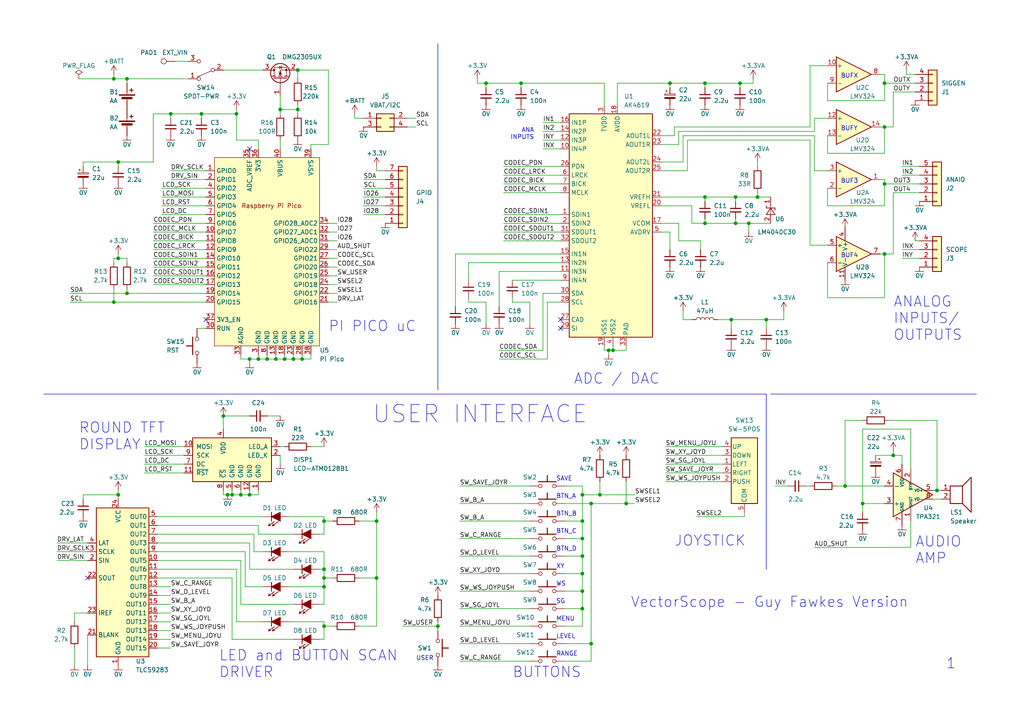
<source format=kicad_sch>
(kicad_sch (version 20230121) (generator eeschema)
  (paper "A4")
  (lib_symbols
    (symbol "Amplifier_Operational:LMV324" (pin_names (offset 0.127))
      (property "Reference" "U" (at 0 5.08 0))
      (property "Value" "LMV324" (at 0 -5.08 0))
      (symbol "LMV324_1_1"
        (pin output line (at 7.62 0 180) (length 2.54) (name "~") (number "1"))
        (pin input line (at -7.62 -2.54 0) (length 2.54) (name "-") (number "2"))
        (pin input line (at -7.62 2.54 0) (length 2.54) (name "+") (number "3"))
      )
      (symbol "LMV324_2_1"
        (pin input line (at -7.62 2.54 0) (length 2.54) (name "+") (number "5"))
        (pin input line (at -7.62 -2.54 0) (length 2.54) (name "-") (number "6"))
        (pin output line (at 7.62 0 180) (length 2.54) (name "~") (number "7"))
      )
      (symbol "LMV324_3_1"
        (pin input line (at -7.62 2.54 0) (length 2.54) (name "+") (number "10"))
        (pin output line (at 7.62 0 180) (length 2.54) (name "~") (number "8"))
        (pin input line (at -7.62 -2.54 0) (length 2.54) (name "-") (number "9"))
      )
      (symbol "LMV324_4_1"
        (pin input line (at -7.62 2.54 0) (length 2.54) (name "+") (number "12"))
        (pin input line (at -7.62 -2.54 0) (length 2.54) (name "-") (number "13"))
        (pin output line (at 7.62 0 180) (length 2.54) (name "~") (number "14"))
      )
      (symbol "LMV324_5_1"
        (pin power_in line (at -2.54 -7.62 90) (length 3.81) (name "V-") (number "11"))
        (pin power_in line (at -2.54 7.62 270) (length 3.81) (name "V+") (number "4"))
      )
    )
    (symbol "Connector:TestPoint" (pin_numbers hide) (pin_names (offset 0.762) hide)
      (property "Reference" "TP" (at 0 6.858 0))
      (property "Value" "TestPoint" (at 0 5.08 0))
      (symbol "TestPoint_1_1"
        (pin passive line (at 0 0 90) (length 2.54) (name "1") (number "1"))
      )
    )
    (symbol "Connector_Generic:Conn_01x04" (pin_names (offset 1.016) hide)
      (property "Reference" "J" (at 0 5.08 0))
      (property "Value" "Conn_01x04" (at 0 -7.62 0))
      (symbol "Conn_01x04_1_1"
        (pin passive line (at -5.08 2.54 0) (length 3.81) (name "Pin_1") (number "1"))
        (pin passive line (at -5.08 0 0) (length 3.81) (name "Pin_2") (number "2"))
        (pin passive line (at -5.08 -2.54 0) (length 3.81) (name "Pin_3") (number "3"))
        (pin passive line (at -5.08 -5.08 0) (length 3.81) (name "Pin_4") (number "4"))
      )
    )
    (symbol "Connector_Generic:Conn_01x05" (pin_names (offset 1.016) hide)
      (property "Reference" "J" (at 0 7.62 0))
      (property "Value" "Conn_01x05" (at 0 -7.62 0))
      (symbol "Conn_01x05_1_1"
        (pin passive line (at -5.08 5.08 0) (length 3.81) (name "Pin_1") (number "1"))
        (pin passive line (at -5.08 2.54 0) (length 3.81) (name "Pin_2") (number "2"))
        (pin passive line (at -5.08 0 0) (length 3.81) (name "Pin_3") (number "3"))
        (pin passive line (at -5.08 -2.54 0) (length 3.81) (name "Pin_4") (number "4"))
        (pin passive line (at -5.08 -5.08 0) (length 3.81) (name "Pin_5") (number "5"))
      )
    )
    (symbol "Connector_Generic:Conn_01x07" (pin_names (offset 1.016) hide)
      (property "Reference" "J" (at 0 10.16 0))
      (property "Value" "Conn_01x07" (at 0 -10.16 0))
      (symbol "Conn_01x07_1_1"
        (pin passive line (at -5.08 7.62 0) (length 3.81) (name "Pin_1") (number "1"))
        (pin passive line (at -5.08 5.08 0) (length 3.81) (name "Pin_2") (number "2"))
        (pin passive line (at -5.08 2.54 0) (length 3.81) (name "Pin_3") (number "3"))
        (pin passive line (at -5.08 0 0) (length 3.81) (name "Pin_4") (number "4"))
        (pin passive line (at -5.08 -2.54 0) (length 3.81) (name "Pin_5") (number "5"))
        (pin passive line (at -5.08 -5.08 0) (length 3.81) (name "Pin_6") (number "6"))
        (pin passive line (at -5.08 -7.62 0) (length 3.81) (name "Pin_7") (number "7"))
      )
    )
    (symbol "Connector_Generic:Conn_02x02_Odd_Even" (pin_names (offset 1.016) hide)
      (property "Reference" "J" (at 1.27 2.54 0))
      (property "Value" "Conn_02x02_Odd_Even" (at 1.27 -5.08 0))
      (symbol "Conn_02x02_Odd_Even_1_1"
        (pin passive line (at -5.08 0 0) (length 3.81) (name "Pin_1") (number "1"))
        (pin passive line (at 7.62 0 180) (length 3.81) (name "Pin_2") (number "2"))
        (pin passive line (at -5.08 -2.54 0) (length 3.81) (name "Pin_3") (number "3"))
        (pin passive line (at 7.62 -2.54 180) (length 3.81) (name "Pin_4") (number "4"))
      )
    )
    (symbol "Device:Battery_Cell" (pin_numbers hide) (pin_names (offset 0) hide)
      (property "Reference" "BT" (at 2.54 2.54 0))
      (property "Value" "Battery_Cell" (at 2.54 0 0))
      (symbol "Battery_Cell_1_1"
        (pin passive line (at 0 5.08 270) (length 2.54) (name "+") (number "1"))
        (pin passive line (at 0 -2.54 90) (length 2.54) (name "-") (number "2"))
      )
    )
    (symbol "Device:C_Polarized_Small" (pin_numbers hide) (pin_names (offset 0.254) hide)
      (property "Reference" "C" (at 0.254 1.778 0))
      (property "Value" "C_Polarized_Small" (at 0.254 -2.032 0))
      (symbol "C_Polarized_Small_1_1"
        (pin passive line (at 0 2.54 270) (length 1.8542) (name "~") (number "1"))
        (pin passive line (at 0 -2.54 90) (length 1.8542) (name "~") (number "2"))
      )
    )
    (symbol "Device:C_Small" (pin_numbers hide) (pin_names (offset 0.254) hide)
      (property "Reference" "C" (at 0.254 1.778 0))
      (property "Value" "C_Small" (at 0.254 -2.032 0))
      (symbol "C_Small_1_1"
        (pin passive line (at 0 2.54 270) (length 2.032) (name "~") (number "1"))
        (pin passive line (at 0 -2.54 90) (length 2.032) (name "~") (number "2"))
      )
    )
    (symbol "Device:L" (pin_numbers hide) (pin_names (offset 1.016) hide)
      (property "Reference" "L" (at -1.27 0 90))
      (property "Value" "L" (at 1.905 0 90))
      (symbol "L_1_1"
        (pin passive line (at 0 3.81 270) (length 1.27) (name "1") (number "1"))
        (pin passive line (at 0 -3.81 90) (length 1.27) (name "2") (number "2"))
      )
    )
    (symbol "Device:R" (pin_numbers hide) (pin_names (offset 0))
      (property "Reference" "R" (at 2.032 0 90))
      (property "Value" "R" (at 0 0 90))
      (symbol "R_1_1"
        (pin passive line (at 0 3.81 270) (length 1.27) (name "~") (number "1"))
        (pin passive line (at 0 -3.81 90) (length 1.27) (name "~") (number "2"))
      )
    )
    (symbol "Device:Speaker" (pin_names (offset 0) hide)
      (property "Reference" "LS" (at 1.27 5.715 0))
      (property "Value" "Speaker" (at 1.27 3.81 0))
      (symbol "Speaker_1_1"
        (pin input line (at -5.08 0 0) (length 2.54) (name "1") (number "1"))
        (pin input line (at -5.08 -2.54 0) (length 2.54) (name "2") (number "2"))
      )
    )
    (symbol "Transistor_FET:BSS84" (pin_names hide)
      (property "Reference" "Q" (at 5.08 1.905 0))
      (property "Value" "BSS84" (at 5.08 0 0))
      (symbol "BSS84_1_1"
        (pin input line (at -5.08 0 0) (length 2.54) (name "G") (number "1"))
        (pin passive line (at 2.54 -5.08 90) (length 2.54) (name "S") (number "2"))
        (pin passive line (at 2.54 5.08 270) (length 2.54) (name "D") (number "3"))
      )
    )
    (symbol "User_Global_Symbol_Library:0V" (power) (pin_names (offset 0))
      (property "Value" "0V" (at 0 -2.54 0))
      (symbol "0V_1_1"
        (pin power_in line (at 0 0 270) (length 0) hide (name "0V") (number "1"))
      )
    )
    (symbol "User_Global_Symbol_Library:AK4619"
      (property "Reference" "U" (at -8.89 36.83 0))
      (property "Value" "AK4619" (at 16.51 -31.75 0))
      (symbol "AK4619_0_0"
        (text "" (at -10.16 6.35 0) (effects (font (size 1.27 1.27))))
      )
      (symbol "AK4619_1_1"
        (pin input line (at -11.43 6.35 0) (length 2.54) (name "SDIN1") (number "1"))
        (pin input line (at -11.43 25.4 0) (length 2.54) (name "IN4P") (number "10"))
        (pin input line (at -11.43 -10.16 0) (length 2.54) (name "IN3N") (number "11"))
        (pin input line (at -11.43 27.94 0) (length 2.54) (name "IN3P") (number "12"))
        (pin input line (at -11.43 -7.62 0) (length 2.54) (name "IN2N") (number "13"))
        (pin input line (at -11.43 30.48 0) (length 2.54) (name "IN2P") (number "14"))
        (pin input line (at -11.43 -5.08 0) (length 2.54) (name "IN1N") (number "15"))
        (pin input line (at -11.43 33.02 0) (length 2.54) (name "IN1P") (number "16"))
        (pin passive line (at 17.78 3.81 180) (length 2.54) (name "VCOM") (number "17"))
        (pin power_in line (at 5.08 38.1 270) (length 2.54) (name "AVDD") (number "18"))
        (pin power_in line (at 1.27 -31.75 90) (length 2.54) (name "VSS1") (number "19"))
        (pin input line (at -11.43 3.81 0) (length 2.54) (name "SDIN2") (number "2"))
        (pin passive line (at 17.78 8.89 180) (length 2.54) (name "VREFL") (number "20"))
        (pin passive line (at 17.78 11.43 180) (length 2.54) (name "VREFH") (number "21"))
        (pin output line (at 17.78 29.21 180) (length 2.54) (name "AOUT1L") (number "22"))
        (pin output line (at 17.78 26.67 180) (length 2.54) (name "AOUT1R") (number "23"))
        (pin output line (at 17.78 21.59 180) (length 2.54) (name "AOUT2L") (number "24"))
        (pin output line (at 17.78 19.05 180) (length 2.54) (name "AOUT2R") (number "25"))
        (pin passive line (at -11.43 20.32 0) (length 2.54) (name "PDN") (number "26"))
        (pin input line (at -11.43 -24.13 0) (length 2.54) (name "CAD") (number "27"))
        (pin input line (at -11.43 -19.05 0) (length 2.54) (name "SCL") (number "28"))
        (pin input line (at -11.43 -26.67 0) (length 2.54) (name "SI") (number "29"))
        (pin power_in line (at 1.27 38.1 270) (length 2.54) (name "TVDD") (number "3"))
        (pin input line (at -11.43 -16.51 0) (length 2.54) (name "SDA") (number "30"))
        (pin output line (at -11.43 1.27 0) (length 2.54) (name "SDOUT1") (number "31"))
        (pin output line (at -11.43 -1.27 0) (length 2.54) (name "SDOUT2") (number "32"))
        (pin power_in line (at 7.62 -31.75 90) (length 2.54) (name "PAD") (number "33"))
        (pin power_in line (at 3.81 -31.75 90) (length 2.54) (name "VSS2") (number "4"))
        (pin passive line (at 17.78 1.27 180) (length 2.54) (name "AVDRV") (number "5"))
        (pin input line (at -11.43 17.78 0) (length 2.54) (name "LRCK") (number "6"))
        (pin input line (at -11.43 15.24 0) (length 2.54) (name "BICK") (number "7"))
        (pin input line (at -11.43 12.7 0) (length 2.54) (name "MCLK") (number "8"))
        (pin input line (at -11.43 -12.7 0) (length 2.54) (name "IN4N") (number "9"))
      )
    )
    (symbol "User_Global_Symbol_Library:LCD-ATM0128B1" (pin_names (offset 1.016))
      (property "Reference" "LCD" (at 12.7 3.81 0))
      (property "Value" "LCD-ATM0128B1" (at 12.7 1.27 0))
      (symbol "LCD-ATM0128B1_0_0"
        (text "" (at 19.05 8.89 0) (effects (font (size 1.27 1.27))))
      )
      (symbol "LCD-ATM0128B1_1_1"
        (pin power_in line (at 11.43 2.54 90) (length 2.54) (name "GND") (number "1"))
        (pin input line (at -10.16 15.24 0) (length 2.54) (name "MOSI") (number "10"))
        (pin input line (at -10.16 7.62 0) (length 2.54) (name "~{RST}") (number "11"))
        (pin power_in line (at 8.89 2.54 90) (length 2.54) (name "GND") (number "12"))
        (pin power_in line (at 17.78 12.7 180) (length 2.54) (name "LED_K") (number "2"))
        (pin input line (at 17.78 15.24 180) (length 2.54) (name "LED_A") (number "3"))
        (pin power_in line (at 1.27 20.32 270) (length 2.54) (name "VDD") (number "4"))
        (pin power_in line (at 3.81 2.54 90) (length 2.54) (name "GND") (number "5"))
        (pin power_in line (at 6.35 2.54 90) (length 2.54) (name "GND") (number "6"))
        (pin input line (at -10.16 10.16 0) (length 2.54) (name "DC") (number "7"))
        (pin input line (at 1.27 2.54 90) (length 2.54) (name "~{CS}") (number "8"))
        (pin input line (at -10.16 12.7 0) (length 2.54) (name "SCK") (number "9"))
      )
    )
    (symbol "User_Global_Symbol_Library:LED" (pin_numbers hide) (pin_names (offset 1.016) hide)
      (property "Reference" "D" (at 0 2.54 0))
      (property "Value" "LED" (at 0 -3.81 0))
      (symbol "LED_1_1"
        (pin passive line (at -3.81 0 0) (length 2.54) (name "K") (number "1"))
        (pin passive line (at 3.81 0 180) (length 2.54) (name "A") (number "2"))
      )
    )
    (symbol "User_Global_Symbol_Library:LM4040" (pin_names (offset 0.0254) hide)
      (property "Reference" "U" (at 0 2.54 0))
      (property "Value" "LM4040DBZ-2.0" (at 0 -3.175 0))
      (symbol "LM4040_1_1"
        (pin passive line (at 3.81 0 180) (length 2.54) (name "K") (number "1"))
        (pin passive line (at -3.81 0 0) (length 2.54) (name "A") (number "2"))
        (pin no_connect line (at 0 0 0) (length 2.54) hide (name "NC") (number "3"))
      )
    )
    (symbol "User_Global_Symbol_Library:PTS645S-TACT-12mm-SMT" (pin_numbers hide) (pin_names (offset 1.016) hide)
      (property "Reference" "SW" (at 1.27 2.54 0))
      (property "Value" "PUSH-SWITCH-12mm" (at 0 -1.524 0))
      (symbol "PTS645S-TACT-12mm-SMT_0_1"
        (pin passive line (at -5.08 0 0) (length 2.54) (name "1") (number "1"))
        (pin passive line (at 5.08 0 180) (length 2.54) (name "2") (number "2"))
      )
    )
    (symbol "User_Global_Symbol_Library:PTS645S-TACT-6mm-SMT" (pin_numbers hide) (pin_names (offset 1.016) hide)
      (property "Reference" "SW" (at 1.27 2.54 0))
      (property "Value" "PTS645S-TACT-6mm-SMT" (at 0 -1.524 0))
      (symbol "PTS645S-TACT-6mm-SMT_0_1"
        (pin passive line (at -5.08 0 0) (length 2.54) (name "1") (number "1"))
        (pin passive line (at 5.08 0 180) (length 2.54) (name "2") (number "2"))
      )
    )
    (symbol "User_Global_Symbol_Library:PUSH-SWITCH" (pin_numbers hide) (pin_names (offset 1.016) hide)
      (property "Reference" "SW" (at 1.27 2.54 0))
      (property "Value" "PUSH-SWITCH" (at 0 -1.524 0))
      (symbol "PUSH-SWITCH_0_1"
        (pin passive line (at -5.08 0 0) (length 2.54) (name "1") (number "1"))
        (pin passive line (at 5.08 0 180) (length 2.54) (name "2") (number "2"))
      )
    )
    (symbol "User_Global_Symbol_Library:Pico-logical"
      (property "Reference" "U?" (at 19.05 -26.67 0))
      (property "Value" "Pico-logical" (at 21.59 -29.21 0))
      (symbol "Pico-logical_0_0"
        (text "Raspberry Pi Pico" (at 1.27 13.97 0) (effects (font (size 1.27 1.27))))
      )
      (symbol "Pico-logical_1_1"
        (pin bidirectional line (at -17.78 24.13 0) (length 2.54) (name "GPIO0") (number "1"))
        (pin bidirectional line (at -17.78 6.35 0) (length 2.54) (name "GPIO7") (number "10"))
        (pin bidirectional line (at -17.78 3.81 0) (length 2.54) (name "GPIO8") (number "11"))
        (pin bidirectional line (at -17.78 1.27 0) (length 2.54) (name "GPIO9") (number "12"))
        (pin power_in line (at 2.54 -29.21 90) (length 2.54) (name "GND") (number "13"))
        (pin bidirectional line (at -17.78 -1.27 0) (length 2.54) (name "GPIO10") (number "14"))
        (pin bidirectional line (at -17.78 -3.81 0) (length 2.54) (name "GPIO11") (number "15"))
        (pin bidirectional line (at -17.78 -6.35 0) (length 2.54) (name "GPIO12") (number "16"))
        (pin bidirectional line (at -17.78 -8.89 0) (length 2.54) (name "GPIO13") (number "17"))
        (pin power_in line (at 5.08 -29.21 90) (length 2.54) (name "GND") (number "18"))
        (pin bidirectional line (at -17.78 -11.43 0) (length 2.54) (name "GPIO14") (number "19"))
        (pin bidirectional line (at -17.78 21.59 0) (length 2.54) (name "GPIO1") (number "2"))
        (pin bidirectional line (at -17.78 -13.97 0) (length 2.54) (name "GPIO15") (number "20"))
        (pin bidirectional line (at 17.78 -13.97 180) (length 2.54) (name "GPIO16") (number "21"))
        (pin bidirectional line (at 17.78 -11.43 180) (length 2.54) (name "GPIO17") (number "22"))
        (pin power_in line (at 7.62 -29.21 90) (length 2.54) (name "GND") (number "23"))
        (pin bidirectional line (at 17.78 -8.89 180) (length 2.54) (name "GPIO18") (number "24"))
        (pin bidirectional line (at 17.78 -6.35 180) (length 2.54) (name "GPIO19") (number "25"))
        (pin bidirectional line (at 17.78 -3.81 180) (length 2.54) (name "GPIO20") (number "26"))
        (pin bidirectional line (at 17.78 -1.27 180) (length 2.54) (name "GPIO21") (number "27"))
        (pin power_in line (at 10.16 -29.21 90) (length 2.54) (name "GND") (number "28"))
        (pin bidirectional line (at 17.78 1.27 180) (length 2.54) (name "GPIO22") (number "29"))
        (pin power_in line (at -2.54 -29.21 90) (length 2.54) (name "GND") (number "3"))
        (pin input line (at -17.78 -21.59 0) (length 2.54) (name "RUN") (number "30"))
        (pin bidirectional line (at 17.78 3.81 180) (length 2.54) (name "GPIO26_ADC0") (number "31"))
        (pin bidirectional line (at 17.78 6.35 180) (length 2.54) (name "GPIO27_ADC1") (number "32"))
        (pin power_in line (at -7.62 -29.21 90) (length 2.54) (name "AGND") (number "33"))
        (pin bidirectional line (at 17.78 8.89 180) (length 2.54) (name "GPIO28_ADC2") (number "34"))
        (pin power_out line (at -5.08 30.48 270) (length 2.54) (name "ADC_VREF") (number "35"))
        (pin power_out line (at -2.54 30.48 270) (length 2.54) (name "3V3") (number "36"))
        (pin input line (at -17.78 -19.05 0) (length 2.54) (name "3V3_EN") (number "37"))
        (pin bidirectional line (at 12.7 -29.21 90) (length 2.54) (name "GND") (number "38"))
        (pin power_in line (at 12.7 30.48 270) (length 2.54) (name "VSYS") (number "39"))
        (pin bidirectional line (at -17.78 19.05 0) (length 2.54) (name "GPIO2") (number "4"))
        (pin power_out line (at 3.81 30.48 270) (length 2.54) (name "VBUS") (number "40"))
        (pin bidirectional line (at -17.78 16.51 0) (length 2.54) (name "GPIO3") (number "5"))
        (pin bidirectional line (at -17.78 13.97 0) (length 2.54) (name "GPIO4") (number "6"))
        (pin bidirectional line (at -17.78 11.43 0) (length 2.54) (name "GPIO5") (number "7"))
        (pin power_in line (at 0 -29.21 90) (length 2.54) (name "GND") (number "8"))
        (pin bidirectional line (at -17.78 8.89 0) (length 2.54) (name "GPIO6") (number "9"))
      )
    )
    (symbol "User_Global_Symbol_Library:SPDT" (pin_names (offset 0) hide)
      (property "Reference" "SW" (at 0 4.318 0))
      (property "Value" "SPDT" (at 0 -5.08 0))
      (symbol "SPDT_1_1"
        (pin passive line (at 5.08 2.54 180) (length 2.54) (name "A") (number "1"))
        (pin passive line (at -5.08 0 0) (length 2.54) (name "B") (number "2"))
        (pin passive line (at 5.08 -2.54 180) (length 2.54) (name "C") (number "3"))
      )
    )
    (symbol "User_Global_Symbol_Library:Switch-5Pos" (pin_names (offset 0.254))
      (property "Reference" "SW" (at -2.54 8.89 0))
      (property "Value" "SW-5POS" (at -1.27 6.35 0))
      (symbol "Switch-5Pos_1_1"
        (pin passive line (at -7.62 -2.54 0) (length 2.54) (name "LEFT") (number "1"))
        (pin passive line (at -7.62 -7.62 0) (length 2.54) (name "PUSH") (number "2"))
        (pin passive line (at -7.62 0 0) (length 2.54) (name "DOWN") (number "3"))
        (pin passive line (at -7.62 2.54 0) (length 2.54) (name "UP") (number "4"))
        (pin passive line (at -1.27 -16.51 90) (length 2.54) (name "COM") (number "5"))
        (pin passive line (at -7.62 -5.08 0) (length 2.54) (name "RIGHT") (number "6"))
      )
    )
    (symbol "User_Global_Symbol_Library:TLC59283"
      (property "Reference" "U" (at 1.27 19.05 0))
      (property "Value" "TLC59283" (at 2.54 -26.67 0))
      (symbol "TLC59283_1_1"
        (pin power_in line (at -1.27 -27.94 90) (length 2.54) (name "GND") (number "1"))
        (pin open_collector line (at 10.16 2.54 180) (length 2.54) (name "OUT5") (number "10"))
        (pin open_collector line (at 10.16 0 180) (length 2.54) (name "OUT6") (number "11"))
        (pin open_collector line (at 10.16 -2.54 180) (length 2.54) (name "OUT7") (number "12"))
        (pin open_collector line (at 10.16 -5.08 180) (length 2.54) (name "OUT8") (number "13"))
        (pin open_collector line (at 10.16 -7.62 180) (length 2.54) (name "OUT9") (number "14"))
        (pin open_collector line (at 10.16 -10.16 180) (length 2.54) (name "OUT10") (number "15"))
        (pin open_collector line (at 10.16 -12.7 180) (length 2.54) (name "OUT11") (number "16"))
        (pin open_collector line (at 10.16 -15.24 180) (length 2.54) (name "OUT12") (number "17"))
        (pin open_collector line (at 10.16 -17.78 180) (length 2.54) (name "OUT13") (number "18"))
        (pin open_collector line (at 10.16 -20.32 180) (length 2.54) (name "OUT14") (number "19"))
        (pin input line (at -10.16 2.54 0) (length 2.54) (name "SIN") (number "2"))
        (pin open_collector line (at 10.16 -22.86 180) (length 2.54) (name "OUT15") (number "20"))
        (pin input line (at -10.16 -19.05 0) (length 2.54) (name "BLANK") (number "21"))
        (pin output line (at -10.16 -2.54 0) (length 2.54) (name "SOUT") (number "22"))
        (pin passive line (at -10.16 -12.7 0) (length 2.54) (name "IREF") (number "23"))
        (pin power_in line (at -1.27 20.32 270) (length 2.54) (name "VCC") (number "24"))
        (pin input line (at -10.16 5.08 0) (length 2.54) (name "SCLK") (number "3"))
        (pin input line (at -10.16 7.62 0) (length 2.54) (name "LAT") (number "4"))
        (pin open_collector line (at 10.16 15.24 180) (length 2.54) (name "OUT0") (number "5"))
        (pin open_collector line (at 10.16 12.7 180) (length 2.54) (name "OUT1") (number "6"))
        (pin open_collector line (at 10.16 10.16 180) (length 2.54) (name "OUT2") (number "7"))
        (pin open_collector line (at 10.16 7.62 180) (length 2.54) (name "OUT3") (number "8"))
        (pin open_collector line (at 10.16 5.08 180) (length 2.54) (name "OUT4") (number "9"))
      )
    )
    (symbol "User_Global_Symbol_Library:TPA321" (pin_names (offset 0.127))
      (property "Reference" "U" (at 2.54 -3.81 0))
      (property "Value" "TPA321" (at 1.27 -6.35 0))
      (symbol "TPA321_1_1"
        (pin input line (at 0 -7.62 90) (length 3.81) (name "SHUT") (number "1"))
        (pin passive line (at 0 7.62 270) (length 3.81) (name "BYP") (number "2"))
        (pin input line (at -7.62 -2.54 0) (length 2.54) (name "+") (number "3"))
        (pin input line (at -7.62 2.54 0) (length 2.54) (name "-") (number "4"))
        (pin output line (at 6.35 1.27 180) (length 2.54) (name "VO+") (number "5"))
        (pin power_in line (at -2.54 8.89 270) (length 3.81) (name "VDD") (number "6"))
        (pin power_in line (at -2.54 -8.89 90) (length 3.81) (name "GND") (number "7"))
        (pin output line (at 6.35 -1.27 180) (length 2.54) (name "VO-") (number "8"))
      )
    )
    (symbol "power:+3.3V" (power) (pin_names (offset 0))
      (property "Value" "+3.3V" (at 0 3.556 0))
      (symbol "+3.3V_1_1"
        (pin power_in line (at 0 0 90) (length 0) hide (name "+3.3V") (number "1"))
      )
    )
    (symbol "power:+3.3VA" (power) (pin_names (offset 0))
      (property "Value" "+3.3VA" (at 0 3.556 0))
      (symbol "+3.3VA_1_1"
        (pin power_in line (at 0 0 90) (length 0) hide (name "+3.3VA") (number "1"))
      )
    )
    (symbol "power:+BATT" (power) (pin_names (offset 0))
      (property "Value" "+BATT" (at 0 3.556 0))
      (symbol "+BATT_1_1"
        (pin power_in line (at 0 0 90) (length 0) hide (name "+BATT") (number "1"))
      )
    )
    (symbol "power:PWR_FLAG" (power) (pin_numbers hide) (pin_names (offset 0) hide)
      (property "Value" "PWR_FLAG" (at 0 3.81 0))
      (symbol "PWR_FLAG_0_0"
        (pin power_out line (at 0 0 90) (length 0) (name "pwr") (number "1"))
      )
    )
  )
  (junction (at 80.01 104.14))
  (junction (at 36.83 22.86))
  (junction (at 67.31 143.51))
  (junction (at 217.17 64.77))
  (junction (at 168.91 176.53))
  (junction (at 68.58 33.02))
  (junction (at 171.45 186.69))
  (junction (at 256.54 53.34))
  (junction (at 66.04 143.51))
  (junction (at 140.97 24.13))
  (junction (at 256.54 24.13))
  (junction (at 177.8 101.6))
  (junction (at 127 181.61))
  (junction (at 49.53 33.02))
  (junction (at 109.22 167.64))
  (junction (at 74.93 104.14))
  (junction (at 271.78 142.24))
  (junction (at 72.39 104.14))
  (junction (at 213.36 57.15))
  (junction (at 245.11 140.97))
  (junction (at 64.77 120.65))
  (junction (at 256.54 73.66))
  (junction (at 36.83 85.09))
  (junction (at 168.91 171.45))
  (junction (at 93.98 151.13))
  (junction (at 33.02 87.63))
  (junction (at 259.08 132.08))
  (junction (at 93.98 181.61))
  (junction (at 109.22 151.13))
  (junction (at 168.91 166.37))
  (junction (at 81.28 31.75))
  (junction (at 58.42 33.02))
  (junction (at 212.09 92.71))
  (junction (at 204.47 64.77))
  (junction (at 86.36 31.75))
  (junction (at 77.47 104.14))
  (junction (at 82.55 104.14))
  (junction (at 72.39 143.51))
  (junction (at 34.29 74.93))
  (junction (at 194.31 24.13))
  (junction (at 250.19 146.05))
  (junction (at 213.36 64.77))
  (junction (at 204.47 24.13))
  (junction (at 171.45 146.05))
  (junction (at 93.98 165.1))
  (junction (at 181.61 146.05))
  (junction (at 219.71 57.15))
  (junction (at 168.91 151.13))
  (junction (at 87.63 104.14))
  (junction (at 85.09 104.14))
  (junction (at 69.85 143.51))
  (junction (at 168.91 143.51))
  (junction (at 256.54 36.83))
  (junction (at 176.53 101.6))
  (junction (at 168.91 161.29))
  (junction (at 204.47 57.15))
  (junction (at 214.63 24.13))
  (junction (at 33.02 22.86))
  (junction (at 34.29 143.51))
  (junction (at 93.98 167.64))
  (junction (at 168.91 156.21))
  (junction (at 151.13 24.13))
  (junction (at 34.29 46.99))
  (junction (at 86.36 20.32))
  (junction (at 173.99 143.51))
  (junction (at 93.98 170.18))
  (junction (at 222.25 92.71))
  (no_connect (at 72.39 43.18))
  (no_connect (at 162.56 92.71))
  (no_connect (at 25.4 167.64))
  (no_connect (at 162.56 95.25))
  (no_connect (at 59.69 92.71))
  (wire (pts (xy 36.83 83.82) (xy 36.83 85.09)))
  (wire (pts (xy 195.58 39.37) (xy 191.77 39.37)))
  (wire (pts (xy 33.02 76.2) (xy 33.02 74.93)))
  (wire (pts (xy 250.19 146.05) (xy 250.19 148.59)))
  (wire (pts (xy 157.48 85.09) (xy 157.48 101.6)))
  (wire (pts (xy 45.72 185.42) (xy 49.53 185.42)))
  (wire (pts (xy 191.77 64.77) (xy 196.85 64.77)))
  (wire (pts (xy 163.83 140.97) (xy 168.91 140.97)))
  (wire (pts (xy 256.54 59.69) (xy 240.03 59.69)))
  (wire (pts (xy 176.53 101.6) (xy 177.8 101.6)))
  (wire (pts (xy 135.89 81.28) (xy 135.89 76.2)))
  (wire (pts (xy 24.13 143.51) (xy 34.29 143.51)))
  (wire (pts (xy 191.77 57.15) (xy 204.47 57.15)))
  (wire (pts (xy 34.29 143.51) (xy 34.29 144.78)))
  (wire (pts (xy 158.75 87.63) (xy 158.75 104.14)))
  (wire (pts (xy 173.99 143.51) (xy 184.15 143.51)))
  (wire (pts (xy 45.72 167.64) (xy 67.31 167.64)))
  (wire (pts (xy 87.63 104.14) (xy 90.17 104.14)))
  (wire (pts (xy 259.08 55.88) (xy 259.08 73.66)))
  (wire (pts (xy 44.45 74.93) (xy 59.69 74.93)))
  (wire (pts (xy 95.25 69.85) (xy 97.79 69.85)))
  (wire (pts (xy 85.09 102.87) (xy 85.09 104.14)))
  (wire (pts (xy 240.03 29.21) (xy 240.03 24.13)))
  (wire (pts (xy 199.39 40.64) (xy 234.95 40.64)))
  (wire (pts (xy 193.04 129.54) (xy 209.55 129.54)))
  (wire (pts (xy 44.45 33.02) (xy 49.53 33.02)))
  (wire (pts (xy 104.14 167.64) (xy 109.22 167.64)))
  (wire (pts (xy 41.91 137.16) (xy 53.34 137.16)))
  (wire (pts (xy 234.95 19.05) (xy 234.95 36.83)))
  (wire (pts (xy 196.85 69.85) (xy 203.2 69.85)))
  (wire (pts (xy 44.45 77.47) (xy 59.69 77.47)))
  (wire (pts (xy 72.39 104.14) (xy 72.39 105.41)))
  (wire (pts (xy 67.31 142.24) (xy 67.31 143.51)))
  (wire (pts (xy 105.41 62.23) (xy 111.76 62.23)))
  (wire (pts (xy 68.58 31.75) (xy 68.58 33.02)))
  (wire (pts (xy 116.84 181.61) (xy 127 181.61)))
  (wire (pts (xy 227.33 90.17) (xy 227.33 92.71)))
  (wire (pts (xy 83.82 180.34) (xy 93.98 180.34)))
  (wire (pts (xy 259.08 26.67) (xy 259.08 36.83)))
  (wire (pts (xy 86.36 20.32) (xy 95.25 20.32)))
  (wire (pts (xy 95.25 80.01) (xy 97.79 80.01)))
  (wire (pts (xy 193.04 132.08) (xy 209.55 132.08)))
  (wire (pts (xy 45.72 149.86) (xy 76.2 149.86)))
  (wire (pts (xy 20.32 87.63) (xy 33.02 87.63)))
  (wire (pts (xy 256.54 24.13) (xy 256.54 29.21)))
  (wire (pts (xy 34.29 46.99) (xy 44.45 46.99)))
  (wire (pts (xy 203.2 69.85) (xy 203.2 72.39)))
  (wire (pts (xy 208.28 92.71) (xy 212.09 92.71)))
  (wire (pts (xy 179.07 30.48) (xy 179.07 24.13)))
  (wire (pts (xy 236.22 39.37) (xy 236.22 49.53)))
  (wire (pts (xy 92.71 165.1) (xy 93.98 165.1)))
  (wire (pts (xy 168.91 176.53) (xy 168.91 181.61)))
  (wire (pts (xy 74.93 143.51) (xy 74.93 142.24)))
  (wire (pts (xy 34.29 142.24) (xy 34.29 143.51)))
  (wire (pts (xy 68.58 40.64) (xy 74.93 40.64)))
  (wire (pts (xy 93.98 175.26) (xy 92.71 175.26)))
  (wire (pts (xy 181.61 101.6) (xy 181.61 100.33)))
  (wire (pts (xy 72.39 165.1) (xy 85.09 165.1)))
  (wire (pts (xy 105.41 54.61) (xy 111.76 54.61)))
  (wire (pts (xy 219.71 55.88) (xy 219.71 57.15)))
  (wire (pts (xy 66.04 143.51) (xy 67.31 143.51)))
  (wire (pts (xy 213.36 57.15) (xy 219.71 57.15)))
  (wire (pts (xy 153.67 87.63) (xy 148.59 87.63)))
  (wire (pts (xy 217.17 67.31) (xy 217.17 64.77)))
  (wire (pts (xy 245.11 121.92) (xy 245.11 140.97)))
  (wire (pts (xy 146.05 55.88) (xy 162.56 55.88)))
  (wire (pts (xy 44.45 82.55) (xy 59.69 82.55)))
  (wire (pts (xy 81.28 40.64) (xy 81.28 43.18)))
  (wire (pts (xy 44.45 46.99) (xy 44.45 33.02)))
  (wire (pts (xy 20.32 85.09) (xy 36.83 85.09)))
  (polyline (pts (xy 12.7 114.3) (xy 222.25 114.3)))
  (wire (pts (xy 222.25 92.71) (xy 222.25 95.25)))
  (wire (pts (xy 173.99 143.51) (xy 168.91 143.51)))
  (wire (pts (xy 24.13 144.78) (xy 24.13 143.51)))
  (wire (pts (xy 262.89 20.32) (xy 262.89 21.59)))
  (wire (pts (xy 193.04 137.16) (xy 209.55 137.16)))
  (wire (pts (xy 109.22 181.61) (xy 104.14 181.61)))
  (wire (pts (xy 171.45 146.05) (xy 181.61 146.05)))
  (wire (pts (xy 140.97 87.63) (xy 140.97 93.98)))
  (wire (pts (xy 16.51 162.56) (xy 25.4 162.56)))
  (wire (pts (xy 271.78 142.24) (xy 270.51 142.24)))
  (wire (pts (xy 204.47 25.4) (xy 204.47 24.13)))
  (wire (pts (xy 256.54 24.13) (xy 265.43 24.13)))
  (wire (pts (xy 177.8 101.6) (xy 181.61 101.6)))
  (wire (pts (xy 135.89 86.36) (xy 135.89 87.63)))
  (wire (pts (xy 45.72 175.26) (xy 49.53 175.26)))
  (wire (pts (xy 73.66 160.02) (xy 76.2 160.02)))
  (wire (pts (xy 44.45 64.77) (xy 59.69 64.77)))
  (wire (pts (xy 227.33 92.71) (xy 222.25 92.71)))
  (wire (pts (xy 104.14 151.13) (xy 109.22 151.13)))
  (wire (pts (xy 204.47 63.5) (xy 204.47 64.77)))
  (wire (pts (xy 93.98 167.64) (xy 93.98 170.18)))
  (wire (pts (xy 21.59 193.04) (xy 21.59 187.96)))
  (wire (pts (xy 133.35 146.05) (xy 153.67 146.05)))
  (wire (pts (xy 46.99 59.69) (xy 59.69 59.69)))
  (wire (pts (xy 58.42 34.29) (xy 58.42 33.02)))
  (wire (pts (xy 218.44 24.13) (xy 214.63 24.13)))
  (wire (pts (xy 71.12 170.18) (xy 76.2 170.18)))
  (wire (pts (xy 191.77 59.69) (xy 200.66 59.69)))
  (wire (pts (xy 217.17 64.77) (xy 223.52 64.77)))
  (wire (pts (xy 153.67 93.98) (xy 153.67 87.63)))
  (wire (pts (xy 213.36 63.5) (xy 213.36 64.77)))
  (wire (pts (xy 45.72 165.1) (xy 68.58 165.1)))
  (wire (pts (xy 109.22 148.59) (xy 109.22 151.13)))
  (wire (pts (xy 163.83 166.37) (xy 168.91 166.37)))
  (wire (pts (xy 256.54 73.66) (xy 256.54 86.36)))
  (wire (pts (xy 69.85 102.87) (xy 69.85 104.14)))
  (wire (pts (xy 49.53 52.07) (xy 59.69 52.07)))
  (wire (pts (xy 171.45 186.69) (xy 171.45 191.77)))
  (wire (pts (xy 256.54 53.34) (xy 256.54 59.69)))
  (wire (pts (xy 45.72 182.88) (xy 49.53 182.88)))
  (wire (pts (xy 144.78 78.74) (xy 162.56 78.74)))
  (wire (pts (xy 175.26 100.33) (xy 175.26 101.6)))
  (wire (pts (xy 133.35 176.53) (xy 153.67 176.53)))
  (wire (pts (xy 45.72 162.56) (xy 69.85 162.56)))
  (wire (pts (xy 256.54 44.45) (xy 256.54 36.83)))
  (wire (pts (xy 71.12 170.18) (xy 71.12 160.02)))
  (wire (pts (xy 93.98 180.34) (xy 93.98 181.61)))
  (wire (pts (xy 93.98 165.1) (xy 93.98 167.64)))
  (wire (pts (xy 168.91 161.29) (xy 168.91 166.37)))
  (wire (pts (xy 257.81 121.92) (xy 271.78 121.92)))
  (wire (pts (xy 171.45 191.77) (xy 163.83 191.77)))
  (wire (pts (xy 133.35 151.13) (xy 153.67 151.13)))
  (wire (pts (xy 34.29 73.66) (xy 34.29 74.93)))
  (wire (pts (xy 198.12 90.17) (xy 198.12 92.71)))
  (wire (pts (xy 49.53 33.02) (xy 58.42 33.02)))
  (wire (pts (xy 200.66 59.69) (xy 200.66 64.77)))
  (wire (pts (xy 193.04 139.7) (xy 209.55 139.7)))
  (wire (pts (xy 67.31 185.42) (xy 85.09 185.42)))
  (wire (pts (xy 81.28 31.75) (xy 86.36 31.75)))
  (wire (pts (xy 34.29 74.93) (xy 36.83 74.93)))
  (wire (pts (xy 256.54 36.83) (xy 255.27 36.83)))
  (wire (pts (xy 193.04 134.62) (xy 209.55 134.62)))
  (wire (pts (xy 83.82 149.86) (xy 93.98 149.86)))
  (wire (pts (xy 95.25 87.63) (xy 97.79 87.63)))
  (wire (pts (xy 175.26 101.6) (xy 176.53 101.6)))
  (wire (pts (xy 74.93 40.64) (xy 74.93 43.18)))
  (wire (pts (xy 256.54 146.05) (xy 250.19 146.05)))
  (wire (pts (xy 57.15 95.25) (xy 59.69 95.25)))
  (wire (pts (xy 138.43 24.13) (xy 140.97 24.13)))
  (wire (pts (xy 168.91 140.97) (xy 168.91 143.51)))
  (wire (pts (xy 157.48 40.64) (xy 162.56 40.64)))
  (wire (pts (xy 168.91 151.13) (xy 168.91 156.21)))
  (wire (pts (xy 95.25 85.09) (xy 97.79 85.09)))
  (wire (pts (xy 163.83 161.29) (xy 168.91 161.29)))
  (wire (pts (xy 219.71 57.15) (xy 223.52 57.15)))
  (wire (pts (xy 177.8 100.33) (xy 177.8 101.6)))
  (wire (pts (xy 49.53 34.29) (xy 49.53 33.02)))
  (wire (pts (xy 83.82 160.02) (xy 93.98 160.02)))
  (wire (pts (xy 50.8 17.78) (xy 54.61 17.78)))
  (wire (pts (xy 95.25 41.91) (xy 90.17 41.91)))
  (wire (pts (xy 33.02 21.59) (xy 33.02 22.86)))
  (wire (pts (xy 271.78 142.24) (xy 273.05 142.24)))
  (wire (pts (xy 213.36 57.15) (xy 204.47 57.15)))
  (wire (pts (xy 69.85 104.14) (xy 72.39 104.14)))
  (wire (pts (xy 72.39 157.48) (xy 45.72 157.48)))
  (wire (pts (xy 236.22 49.53) (xy 240.03 49.53)))
  (wire (pts (xy 146.05 62.23) (xy 162.56 62.23)))
  (wire (pts (xy 133.35 140.97) (xy 153.67 140.97)))
  (wire (pts (xy 105.41 52.07) (xy 111.76 52.07)))
  (wire (pts (xy 118.11 34.29) (xy 120.65 34.29)))
  (wire (pts (xy 105.41 59.69) (xy 111.76 59.69)))
  (wire (pts (xy 68.58 33.02) (xy 68.58 40.64)))
  (wire (pts (xy 64.77 120.65) (xy 72.39 120.65)))
  (wire (pts (xy 240.03 86.36) (xy 240.03 76.2)))
  (wire (pts (xy 95.25 77.47) (xy 97.79 77.47)))
  (wire (pts (xy 93.98 170.18) (xy 93.98 175.26)))
  (wire (pts (xy 217.17 64.77) (xy 213.36 64.77)))
  (wire (pts (xy 93.98 151.13) (xy 93.98 149.86)))
  (wire (pts (xy 93.98 167.64) (xy 96.52 167.64)))
  (wire (pts (xy 133.35 161.29) (xy 153.67 161.29)))
  (wire (pts (xy 86.36 30.48) (xy 86.36 31.75)))
  (wire (pts (xy 179.07 24.13) (xy 194.31 24.13)))
  (wire (pts (xy 93.98 151.13) (xy 96.52 151.13)))
  (wire (pts (xy 194.31 24.13) (xy 194.31 25.4)))
  (wire (pts (xy 181.61 146.05) (xy 181.61 139.7)))
  (wire (pts (xy 41.91 129.54) (xy 53.34 129.54)))
  (wire (pts (xy 45.72 172.72) (xy 49.53 172.72)))
  (wire (pts (xy 191.77 46.99) (xy 198.12 46.99)))
  (wire (pts (xy 191.77 67.31) (xy 194.31 67.31)))
  (wire (pts (xy 71.12 160.02) (xy 45.72 160.02)))
  (wire (pts (xy 77.47 104.14) (xy 80.01 104.14)))
  (wire (pts (xy 133.35 186.69) (xy 153.67 186.69)))
  (wire (pts (xy 236.22 158.75) (xy 264.16 158.75)))
  (wire (pts (xy 175.26 24.13) (xy 175.26 30.48)))
  (wire (pts (xy 127 182.88) (xy 127 181.61)))
  (wire (pts (xy 146.05 67.31) (xy 162.56 67.31)))
  (wire (pts (xy 46.99 62.23) (xy 59.69 62.23)))
  (wire (pts (xy 46.99 54.61) (xy 59.69 54.61)))
  (wire (pts (xy 171.45 146.05) (xy 171.45 186.69)))
  (wire (pts (xy 81.28 31.75) (xy 81.28 33.02)))
  (wire (pts (xy 212.09 92.71) (xy 212.09 95.25)))
  (wire (pts (xy 250.19 124.46) (xy 250.19 146.05)))
  (wire (pts (xy 242.57 140.97) (xy 245.11 140.97)))
  (wire (pts (xy 144.78 101.6) (xy 157.48 101.6)))
  (wire (pts (xy 82.55 104.14) (xy 85.09 104.14)))
  (wire (pts (xy 219.71 46.99) (xy 219.71 48.26)))
  (wire (pts (xy 224.79 140.97) (xy 228.6 140.97)))
  (wire (pts (xy 163.83 146.05) (xy 171.45 146.05)))
  (wire (pts (xy 199.39 49.53) (xy 199.39 40.64)))
  (wire (pts (xy 95.25 67.31) (xy 97.79 67.31)))
  (wire (pts (xy 255.27 73.66) (xy 256.54 73.66)))
  (wire (pts (xy 259.08 73.66) (xy 256.54 73.66)))
  (wire (pts (xy 72.39 165.1) (xy 72.39 157.48)))
  (wire (pts (xy 181.61 146.05) (xy 184.15 146.05)))
  (wire (pts (xy 213.36 58.42) (xy 213.36 57.15)))
  (wire (pts (xy 135.89 87.63) (xy 140.97 87.63)))
  (wire (pts (xy 144.78 104.14) (xy 158.75 104.14)))
  (wire (pts (xy 148.59 81.28) (xy 162.56 81.28)))
  (wire (pts (xy 95.25 20.32) (xy 95.25 41.91)))
  (wire (pts (xy 234.95 36.83) (xy 195.58 36.83)))
  (wire (pts (xy 109.22 49.53) (xy 111.76 49.53)))
  (wire (pts (xy 256.54 53.34) (xy 266.7 53.34)))
  (wire (pts (xy 67.31 143.51) (xy 69.85 143.51)))
  (wire (pts (xy 261.62 132.08) (xy 261.62 134.62)))
  (wire (pts (xy 85.09 154.94) (xy 74.93 154.94)))
  (wire (pts (xy 264.16 135.89) (xy 264.16 124.46)))
  (wire (pts (xy 64.77 120.65) (xy 64.77 124.46)))
  (wire (pts (xy 196.85 64.77) (xy 196.85 69.85)))
  (wire (pts (xy 234.95 71.12) (xy 240.03 71.12)))
  (wire (pts (xy 92.71 154.94) (xy 93.98 154.94)))
  (wire (pts (xy 173.99 139.7) (xy 173.99 143.51)))
  (wire (pts (xy 256.54 21.59) (xy 256.54 24.13)))
  (wire (pts (xy 196.85 41.91) (xy 196.85 38.1)))
  (wire (pts (xy 74.93 154.94) (xy 74.93 152.4)))
  (wire (pts (xy 133.35 166.37) (xy 153.67 166.37)))
  (wire (pts (xy 201.93 149.86) (xy 215.9 149.86)))
  (wire (pts (xy 46.99 57.15) (xy 59.69 57.15)))
  (wire (pts (xy 109.22 151.13) (xy 109.22 167.64)))
  (wire (pts (xy 44.45 80.01) (xy 59.69 80.01)))
  (wire (pts (xy 146.05 50.8) (xy 162.56 50.8)))
  (wire (pts (xy 72.39 142.24) (xy 72.39 143.51)))
  (wire (pts (xy 132.08 73.66) (xy 162.56 73.66)))
  (wire (pts (xy 198.12 39.37) (xy 236.22 39.37)))
  (wire (pts (xy 59.69 87.63) (xy 33.02 87.63)))
  (wire (pts (xy 261.62 74.93) (xy 266.7 74.93)))
  (wire (pts (xy 236.22 38.1) (xy 236.22 34.29)))
  (wire (pts (xy 133.35 191.77) (xy 153.67 191.77)))
  (wire (pts (xy 72.39 143.51) (xy 74.93 143.51)))
  (wire (pts (xy 148.59 87.63) (xy 148.59 86.36)))
  (wire (pts (xy 194.31 67.31) (xy 194.31 72.39)))
  (wire (pts (xy 256.54 86.36) (xy 240.03 86.36)))
  (wire (pts (xy 168.91 171.45) (xy 168.91 176.53)))
  (wire (pts (xy 93.98 181.61) (xy 93.98 185.42)))
  (wire (pts (xy 73.66 160.02) (xy 73.66 154.94)))
  (wire (pts (xy 133.35 181.61) (xy 153.67 181.61)))
  (wire (pts (xy 240.03 59.69) (xy 240.03 54.61)))
  (wire (pts (xy 64.77 142.24) (xy 64.77 143.51)))
  (wire (pts (xy 93.98 181.61) (xy 96.52 181.61)))
  (wire (pts (xy 69.85 143.51) (xy 72.39 143.51)))
  (wire (pts (xy 233.68 140.97) (xy 234.95 140.97)))
  (wire (pts (xy 265.43 69.85) (xy 266.7 69.85)))
  (wire (pts (xy 198.12 92.71) (xy 200.66 92.71)))
  (wire (pts (xy 74.93 152.4) (xy 45.72 152.4)))
  (wire (pts (xy 44.45 72.39) (xy 59.69 72.39)))
  (wire (pts (xy 81.28 132.08) (xy 81.28 134.62)))
  (wire (pts (xy 255.27 52.07) (xy 256.54 52.07)))
  (wire (pts (xy 204.47 58.42) (xy 204.47 57.15)))
  (wire (pts (xy 102.87 34.29) (xy 102.87 33.02)))
  (wire (pts (xy 95.25 64.77) (xy 97.79 64.77)))
  (wire (pts (xy 105.41 34.29) (xy 102.87 34.29)))
  (wire (pts (xy 146.05 48.26) (xy 162.56 48.26)))
  (wire (pts (xy 146.05 64.77) (xy 162.56 64.77)))
  (wire (pts (xy 49.53 49.53) (xy 59.69 49.53)))
  (wire (pts (xy 69.85 175.26) (xy 85.09 175.26)))
  (wire (pts (xy 45.72 180.34) (xy 49.53 180.34)))
  (wire (pts (xy 16.51 157.48) (xy 25.4 157.48)))
  (wire (pts (xy 73.66 154.94) (xy 45.72 154.94)))
  (wire (pts (xy 264.16 124.46) (xy 250.19 124.46)))
  (wire (pts (xy 163.83 171.45) (xy 168.91 171.45)))
  (wire (pts (xy 41.91 134.62) (xy 53.34 134.62)))
  (wire (pts (xy 16.51 160.02) (xy 25.4 160.02)))
  (wire (pts (xy 33.02 74.93) (xy 34.29 74.93)))
  (wire (pts (xy 236.22 34.29) (xy 240.03 34.29)))
  (wire (pts (xy 81.28 27.94) (xy 81.28 31.75)))
  (wire (pts (xy 44.45 69.85) (xy 59.69 69.85)))
  (wire (pts (xy 68.58 165.1) (xy 68.58 180.34)))
  (wire (pts (xy 95.25 82.55) (xy 97.79 82.55)))
  (wire (pts (xy 87.63 102.87) (xy 87.63 104.14)))
  (wire (pts (xy 256.54 29.21) (xy 240.03 29.21)))
  (wire (pts (xy 74.93 102.87) (xy 74.93 104.14)))
  (wire (pts (xy 45.72 187.96) (xy 49.53 187.96)))
  (wire (pts (xy 25.4 177.8) (xy 21.59 177.8)))
  (wire (pts (xy 191.77 41.91) (xy 196.85 41.91)))
  (wire (pts (xy 144.78 88.9) (xy 144.78 78.74)))
  (wire (pts (xy 196.85 38.1) (xy 236.22 38.1)))
  (wire (pts (xy 93.98 185.42) (xy 92.71 185.42)))
  (wire (pts (xy 204.47 64.77) (xy 213.36 64.77)))
  (wire (pts (xy 135.89 76.2) (xy 162.56 76.2)))
  (wire (pts (xy 133.35 171.45) (xy 153.67 171.45)))
  (wire (pts (xy 168.91 166.37) (xy 168.91 171.45)))
  (wire (pts (xy 157.48 35.56) (xy 162.56 35.56)))
  (wire (pts (xy 44.45 67.31) (xy 59.69 67.31)))
  (wire (pts (xy 215.9 148.59) (xy 215.9 149.86)))
  (wire (pts (xy 80.01 102.87) (xy 80.01 104.14)))
  (wire (pts (xy 86.36 20.32) (xy 86.36 22.86)))
  (wire (pts (xy 259.08 132.08) (xy 261.62 132.08)))
  (wire (pts (xy 36.83 85.09) (xy 59.69 85.09)))
  (wire (pts (xy 33.02 87.63) (xy 33.02 83.82)))
  (wire (pts (xy 140.97 24.13) (xy 151.13 24.13)))
  (wire (pts (xy 261.62 50.8) (xy 266.7 50.8)))
  (wire (pts (xy 68.58 180.34) (xy 76.2 180.34)))
  (wire (pts (xy 146.05 53.34) (xy 162.56 53.34)))
  (wire (pts (xy 93.98 160.02) (xy 93.98 165.1)))
  (wire (pts (xy 265.43 26.67) (xy 259.08 26.67)))
  (wire (pts (xy 64.77 20.32) (xy 76.2 20.32)))
  (wire (pts (xy 45.72 177.8) (xy 49.53 177.8)))
  (wire (pts (xy 24.13 46.99) (xy 34.29 46.99)))
  (wire (pts (xy 25.4 184.15) (xy 25.4 193.04)))
  (wire (pts (xy 270.51 144.78) (xy 273.05 144.78)))
  (wire (pts (xy 133.35 156.21) (xy 153.67 156.21)))
  (wire (pts (xy 162.56 85.09) (xy 157.48 85.09)))
  (wire (pts (xy 204.47 24.13) (xy 194.31 24.13)))
  (wire (pts (xy 162.56 87.63) (xy 158.75 87.63)))
  (wire (pts (xy 21.59 177.8) (xy 21.59 180.34)))
  (wire (pts (xy 261.62 72.39) (xy 266.7 72.39)))
  (wire (pts (xy 204.47 24.13) (xy 214.63 24.13)))
  (wire (pts (xy 138.43 22.86) (xy 138.43 24.13)))
  (wire (pts (xy 163.83 156.21) (xy 168.91 156.21)))
  (wire (pts (xy 58.42 33.02) (xy 68.58 33.02)))
  (wire (pts (xy 200.66 64.77) (xy 204.47 64.77)))
  (wire (pts (xy 105.41 57.15) (xy 111.76 57.15)))
  (wire (pts (xy 82.55 129.54) (xy 81.28 129.54)))
  (wire (pts (xy 259.08 36.83) (xy 256.54 36.83)))
  (wire (pts (xy 36.83 74.93) (xy 36.83 76.2)))
  (wire (pts (xy 146.05 69.85) (xy 162.56 69.85)))
  (wire (pts (xy 22.86 22.86) (xy 33.02 22.86)))
  (wire (pts (xy 90.17 41.91) (xy 90.17 43.18)))
  (wire (pts (xy 240.03 39.37) (xy 240.03 44.45)))
  (wire (pts (xy 168.91 181.61) (xy 163.83 181.61)))
  (wire (pts (xy 36.83 22.86) (xy 36.83 24.13)))
  (wire (pts (xy 262.89 21.59) (xy 265.43 21.59)))
  (wire (pts (xy 109.22 48.26) (xy 109.22 49.53)))
  (wire (pts (xy 254 132.08) (xy 259.08 132.08)))
  (wire (pts (xy 151.13 24.13) (xy 151.13 25.4)))
  (polyline (pts (xy 223.52 114.3) (xy 283.21 114.3)))
  (wire (pts (xy 86.36 31.75) (xy 86.36 33.02)))
  (wire (pts (xy 245.11 140.97) (xy 256.54 140.97)))
  (wire (pts (xy 69.85 142.24) (xy 69.85 143.51)))
  (wire (pts (xy 64.77 143.51) (xy 66.04 143.51)))
  (wire (pts (xy 266.7 55.88) (xy 259.08 55.88)))
  (wire (pts (xy 240.03 44.45) (xy 256.54 44.45)))
  (wire (pts (xy 69.85 162.56) (xy 69.85 175.26)))
  (wire (pts (xy 234.95 40.64) (xy 234.95 71.12)))
  (wire (pts (xy 261.62 48.26) (xy 266.7 48.26)))
  (wire (pts (xy 214.63 25.4) (xy 214.63 24.13)))
  (wire (pts (xy 259.08 130.81) (xy 259.08 132.08)))
  (wire (pts (xy 271.78 121.92) (xy 271.78 142.24)))
  (wire (pts (xy 163.83 151.13) (xy 168.91 151.13)))
  (wire (pts (xy 168.91 143.51) (xy 168.91 151.13)))
  (wire (pts (xy 93.98 154.94) (xy 93.98 151.13)))
  (wire (pts (xy 80.01 104.14) (xy 82.55 104.14)))
  (wire (pts (xy 45.72 170.18) (xy 49.53 170.18)))
  (wire (pts (xy 157.48 43.18) (xy 162.56 43.18)))
  (wire (pts (xy 218.44 22.86) (xy 218.44 24.13)))
  (wire (pts (xy 34.29 46.99) (xy 34.29 48.26)))
  (wire (pts (xy 163.83 176.53) (xy 168.91 176.53)))
  (wire (pts (xy 24.13 48.26) (xy 24.13 46.99)))
  (wire (pts (xy 83.82 170.18) (xy 93.98 170.18)))
  (wire (pts (xy 72.39 104.14) (xy 74.93 104.14)))
  (wire (pts (xy 264.16 151.13) (xy 264.16 158.75)))
  (wire (pts (xy 90.17 129.54) (xy 93.98 129.54)))
  (wire (pts (xy 212.09 92.71) (xy 222.25 92.71)))
  (wire (pts (xy 41.91 132.08) (xy 53.34 132.08)))
  (wire (pts (xy 127 181.61) (xy 127 180.34)))
  (wire (pts (xy 77.47 102.87) (xy 77.47 104.14)))
  (wire (pts (xy 109.22 167.64) (xy 109.22 181.61)))
  (wire (pts (xy 195.58 36.83) (xy 195.58 39.37)))
  (wire (pts (xy 67.31 167.64) (xy 67.31 185.42)))
  (wire (pts (xy 256.54 52.07) (xy 256.54 53.34)))
  (wire (pts (xy 176.53 101.6) (xy 176.53 102.87)))
  (wire (pts (xy 77.47 120.65) (xy 81.28 120.65)))
  (polyline (pts (xy 127 12.7) (xy 127 113.03)))
  (wire (pts (xy 163.83 186.69) (xy 171.45 186.69)))
  (wire (pts (xy 140.97 25.4) (xy 140.97 24.13)))
  (wire (pts (xy 191.77 49.53) (xy 199.39 49.53)))
  (wire (pts (xy 33.02 22.86) (xy 36.83 22.86)))
  (wire (pts (xy 95.25 74.93) (xy 97.79 74.93)))
  (wire (pts (xy 168.91 156.21) (xy 168.91 161.29)))
  (wire (pts (xy 74.93 104.14) (xy 77.47 104.14)))
  (wire (pts (xy 82.55 102.87) (xy 82.55 104.14)))
  (wire (pts (xy 118.11 36.83) (xy 120.65 36.83)))
  (wire (pts (xy 95.25 72.39) (xy 97.79 72.39)))
  (wire (pts (xy 54.61 22.86) (xy 36.83 22.86)))
  (wire (pts (xy 85.09 104.14) (xy 87.63 104.14)))
  (wire (pts (xy 157.48 38.1) (xy 162.56 38.1)))
  (wire (pts (xy 245.11 121.92) (xy 250.19 121.92)))
  (wire (pts (xy 255.27 21.59) (xy 256.54 21.59)))
  (wire (pts (xy 90.17 104.14) (xy 90.17 102.87)))
  (wire (pts (xy 240.03 19.05) (xy 234.95 19.05)))
  (wire (pts (xy 151.13 24.13) (xy 175.26 24.13)))
  (polyline (pts (xy 222.25 114.3) (xy 222.25 165.1)))
  (wire (pts (xy 198.12 46.99) (xy 198.12 39.37)))
  (wire (pts (xy 132.08 88.9) (xy 132.08 73.66)))
  (text "XY" (at 161.29 165.1 0) (effects (font (size 1.27 1.27)) (justify left bottom)))
  (text "SG" (at 161.29 175.26 0) (effects (font (size 1.27 1.27)) (justify left bottom)))
  (text "BTN_C" (at 161.29 154.94 0) (effects (font (size 1.27 1.27)) (justify left bottom)))
  (text "ANALOG\nINPUTS/\nOUTPUTS" (at 259.08 99.06 0) (effects (font (size 3 3)) (justify left bottom)))
  (text "BTN_B" (at 161.29 149.86 0) (effects (font (size 1.27 1.27)) (justify left bottom)))
  (text "ADC / DAC" (at 166.37 111.76 0) (effects (font (size 3 3)) (justify left bottom)))
  (text "1" (at 274.32 194.31 0) (effects (font (size 3 3)) (justify left bottom)))
  (text "BUFX" (at 243.84 22.86 0) (effects (font (size 1.27 1.27)) (justify left bottom)))
  (text "SAVE" (at 161.29 139.7 0) (effects (font (size 1.27 1.27)) (justify left bottom)))
  (text "BUF4" (at 243.84 74.93 0) (effects (font (size 1.27 1.27)) (justify left bottom)))
  (text "BUF3" (at 243.84 53.34 0) (effects (font (size 1.27 1.27)) (justify left bottom)))
  (text "JOYSTICK" (at 195.58 158.75 0) (effects (font (size 3 3)) (justify left bottom)))
  (text "BUTTONS" (at 148.59 196.85 0) (effects (font (size 3 3)) (justify left bottom)))
  (text "WS" (at 161.29 170.18 0) (effects (font (size 1.27 1.27)) (justify left bottom)))
  (text "MENU" (at 161.29 180.34 0) (effects (font (size 1.27 1.27)) (justify left bottom)))
  (text "LED and BUTTON SCAN\nDRIVER" (at 63.5 196.85 0) (effects (font (size 3 3)) (justify left bottom)))
  (text "VectorScope - Guy Fawkes Version" (at 182.88 176.53 0) (effects (font (size 3 3)) (justify left bottom)))
  (text "BTN_D" (at 161.29 160.02 0) (effects (font (size 1.27 1.27)) (justify left bottom)))
  (text "USER INTERFACE" (at 107.95 123.19 0) (effects (font (size 5 5)) (justify left bottom)))
  (text "LEVEL" (at 161.29 185.42 0) (effects (font (size 1.27 1.27)) (justify left bottom)))
  (text "BUFY" (at 243.84 38.1 0) (effects (font (size 1.27 1.27)) (justify left bottom)))
  (text "PI PICO uC" (at 95.25 96.52 0) (effects (font (size 3 3)) (justify left bottom)))
  (text "USER" (at 120.65 191.77 0) (effects (font (size 1.27 1.27)) (justify left bottom)))
  (text "RANGE" (at 161.29 190.5 0) (effects (font (size 1.27 1.27)) (justify left bottom)))
  (text "ROUND TFT\nDISPLAY" (at 22.86 130.81 0) (effects (font (size 3 3)) (justify left bottom)))
  (text "AUDIO\nAMP" (at 265.43 163.83 0) (effects (font (size 3 3)) (justify left bottom)))
  (text "ANA\nINPUTS" (at 154.94 40.64 0) (effects (font (size 1.27 1.27)) (justify right bottom)))
  (text "BTN_A" (at 161.29 144.78 0) (effects (font (size 1.27 1.27)) (justify left bottom)))
  (label "CODEC_SDOUT2" (at 44.45 82.55 0))
  (label "SW_D_LEVEL" (at 133.35 186.69 0))
  (label "SW_USER" (at 97.79 80.01 0))
  (label "CODEC_MCLK" (at 146.05 55.88 0))
  (label "SWSEL2" (at 184.15 146.05 0))
  (label "DRV_SCLK" (at 49.53 49.53 0))
  (label "DRV_SIN" (at 49.53 52.07 0))
  (label "DRV_SCLK" (at 16.51 160.02 0))
  (label "SW_XY_JOYD" (at 133.35 166.37 0))
  (label "SDA" (at 120.65 34.29 0))
  (label "SDA" (at 105.41 52.07 0))
  (label "LCD_SCK" (at 46.99 54.61 0))
  (label "SWSEL1" (at 97.79 85.09 0))
  (label "CODEC_SDOUT1" (at 44.45 80.01 0))
  (label "CODEC_SDA" (at 144.78 101.6 0))
  (label "SW_WS_JOYPUSH" (at 193.04 139.7 0))
  (label "OUTY" (at 259.08 26.67 0))
  (label "SW_B_A" (at 133.35 146.05 0))
  (label "CODEC_LRCK" (at 44.45 72.39 0))
  (label "CODEC_SDOUT1" (at 146.05 67.31 0))
  (label "IO27" (at 105.41 59.69 0))
  (label "INY" (at 157.48 40.64 0))
  (label "SW_USER" (at 116.84 181.61 0))
  (label "SW_MENU_JOYU" (at 193.04 129.54 0))
  (label "SW_SG_JOYL" (at 193.04 134.62 0))
  (label "INY" (at 261.62 74.93 0))
  (label "SWSEL2" (at 97.79 82.55 0))
  (label "IN1" (at 261.62 48.26 0))
  (label "CODEC_SDIN2" (at 146.05 64.77 0))
  (label "CODEC_SDIN1" (at 44.45 74.93 0))
  (label "LCD_MOSI" (at 41.91 129.54 0))
  (label "CODEC_PDN" (at 146.05 48.26 0))
  (label "SW_SG_JOYL" (at 49.53 180.34 0))
  (label "SW_WS_JOYPUSH" (at 49.53 182.88 0))
  (label "SW_XY_JOYD" (at 193.04 132.08 0))
  (label "SW_D_LEVEL" (at 49.53 172.72 0))
  (label "SW_MENU_JOYU" (at 133.35 181.61 0))
  (label "SW_C_RANGE" (at 49.53 170.18 0))
  (label "IN2" (at 261.62 50.8 0))
  (label "LCD_MOSI" (at 46.99 57.15 0))
  (label "SCL" (at 120.65 36.83 0))
  (label "LCD_RST" (at 41.91 137.16 0))
  (label "IN1" (at 157.48 35.56 0))
  (label "AUD_SHUT" (at 97.79 72.39 0))
  (label "SW_C_RANGE" (at 133.35 156.21 0))
  (label "DRV_SIN" (at 16.51 162.56 0))
  (label "INX" (at 157.48 43.18 0))
  (label "SWSEL2" (at 201.93 149.86 0))
  (label "SW_SAVE_JOYR" (at 49.53 187.96 0))
  (label "SCL" (at 105.41 54.61 0))
  (label "OUT3" (at 259.08 53.34 0))
  (label "CODEC_BICK" (at 146.05 53.34 0))
  (label "AUD_SHUT" (at 236.22 158.75 0))
  (label "IO26" (at 97.79 69.85 0))
  (label "SW_XY_JOYD" (at 49.53 177.8 0))
  (label "LCD_RST" (at 46.99 59.69 0))
  (label "OUTX" (at 259.08 24.13 0))
  (label "CODEC_MCLK" (at 44.45 67.31 0))
  (label "CODEC_PDN" (at 44.45 64.77 0))
  (label "SW_SG_JOYL" (at 133.35 176.53 0))
  (label "IO28" (at 97.79 64.77 0))
  (label "SW_B_A" (at 133.35 151.13 0))
  (label "CODEC_LRCK" (at 146.05 50.8 0))
  (label "CODEC_SDOUT2" (at 146.05 69.85 0))
  (label "SWSEL1" (at 184.15 143.51 0))
  (label "CODEC_SCL" (at 97.79 74.93 0))
  (label "IO26" (at 105.41 57.15 0))
  (label "CODEC_SCL" (at 144.78 104.14 0))
  (label "SW_MENU_JOYU" (at 49.53 185.42 0))
  (label "SW_B_A" (at 49.53 175.26 0))
  (label "SW_WS_JOYPUSH" (at 133.35 171.45 0))
  (label "SW_D_LEVEL" (at 133.35 161.29 0))
  (label "INX" (at 261.62 72.39 0))
  (label "OUT4" (at 259.08 55.88 0))
  (label "CODEC_BICK" (at 44.45 69.85 0))
  (label "DRV_LAT" (at 97.79 87.63 0))
  (label "IO28" (at 105.41 62.23 0))
  (label "CODEC_SDIN2" (at 44.45 77.47 0))
  (label "SW_SAVE_JOYR" (at 133.35 140.97 0))
  (label "INY" (at 224.79 140.97 0))
  (label "LCD_DC" (at 46.99 62.23 0))
  (label "LCD_DC" (at 41.91 134.62 0))
  (label "SCL" (at 20.32 87.63 0))
  (label "IO27" (at 97.79 67.31 0))
  (label "CODEC_SDA" (at 97.79 77.47 0))
  (label "SDA" (at 20.32 85.09 0))
  (label "SW_SAVE_JOYR" (at 193.04 137.16 0))
  (label "SW_C_RANGE" (at 133.35 191.77 0))
  (label "IN2" (at 157.48 38.1 0))
  (label "LCD_SCK" (at 41.91 132.08 0))
  (label "DRV_LAT" (at 16.51 157.48 0))
  (label "CODEC_SDIN1" (at 146.05 62.23 0))
  (symbol (lib_id "User_Global_Symbol_Library:0V") (at 204.47 30.48 0) (unit 1)
    (property "Reference" "#PWR033" (effects hide))
    (property "Value" "0V" (at 204.47 33.02 0))
  )
  (symbol (lib_id "User_Global_Symbol_Library:LCD-ATM0128B1") (at 63.5 144.78 0) (unit 1)
    (property "Reference" "DISP1" (at 85.09 133.35 0) (effects (justify left)))
    (property "Value" "LCD-ATM0128B1" (at 85.09 135.89 0) (effects (justify left)))
    (property "Footprint" "User Global Library:LCD-ATM0128B1" (effects hide))
    (property "Datasheet" "https://www.azdisplays.com/PDF/ATM0128B1.pdf" (effects hide))
  )
  (symbol (lib_id "User_Global_Symbol_Library:0V") (at 49.53 39.37 0) (unit 1)
    (property "Reference" "#PWR014" (effects hide))
    (property "Value" "0V" (at 49.53 41.91 0))
  )
  (symbol (lib_id "Device:R") (at 238.76 140.97 270) (mirror x) (unit 1)
    (property "Reference" "R3" (at 238.76 135.89 90))
    (property "Value" "4.7k" (at 238.76 138.43 90))
    (property "Footprint" "Resistor_SMD:R_0805_2012Metric_Pad1.20x1.40mm_HandSolder" (effects hide))
  )
  (symbol (lib_id "User_Global_Symbol_Library:PUSH-SWITCH") (at 57.15 100.33 90) (unit 1)
    (property "Reference" "SW15" (at 48.26 99.06 90) (effects (justify right)))
    (property "Value" "RST" (at 48.26 101.6 90) (effects (justify right)))
    (property "Footprint" "User Global Library:Tact-SW-4x3mm-body" (effects hide))
  )
  (symbol (lib_id "User_Global_Symbol_Library:PTS645S-TACT-6mm-SMT") (at 158.75 176.53 0) (unit 1)
    (property "Reference" "SW9" (at 153.67 173.99 0))
    (property "Value" "PTS645S-TACT-6mm-SMT" (effects hide))
    (property "Footprint" "User Global Library:Tact-SW-6mm-PTS645S-SMT-G" (effects hide))
  )
  (symbol (lib_id "Amplifier_Operational:LMV324") (at 247.65 73.66 0) (unit 2)
    (property "Reference" "U2" (at 250.19 77.47 0))
    (property "Value" "LMV324" (at 250.19 80.01 0))
    (property "Footprint" "User Global Library:TSSOP-14_4.4bodyx5mm_P0.65mm" (effects hide))
    (property "Datasheet" "http://www.ti.com/lit/ds/symlink/lmv324.pdf" (effects hide))
  )
  (symbol (lib_id "User_Global_Symbol_Library:0V") (at 72.39 105.41 0) (unit 1)
    (property "Reference" "#PWR010" (effects hide))
    (property "Value" "0V" (at 72.39 107.95 0))
  )
  (symbol (lib_id "power:+3.3VA") (at 245.11 66.04 0) (unit 1)
    (property "Reference" "#PWR043" (effects hide))
    (property "Value" "+3.3VA" (at 245.11 62.23 0))
  )
  (symbol (lib_id "User_Global_Symbol_Library:0V") (at 217.17 67.31 0) (unit 1)
    (property "Reference" "#PWR025" (effects hide))
    (property "Value" "0V" (at 217.17 69.85 0))
  )
  (symbol (lib_id "User_Global_Symbol_Library:0V") (at 144.78 93.98 0) (unit 1)
    (property "Reference" "#PWR018" (effects hide))
    (property "Value" "0V" (at 144.78 96.52 0))
  )
  (symbol (lib_id "Connector_Generic:Conn_01x07") (at 116.84 57.15 0) (mirror x) (unit 1)
    (property "Reference" "J4" (at 120.65 58.42 0) (effects (justify left)))
    (property "Value" "GPIO" (at 120.65 55.88 0) (effects (justify left)))
    (property "Footprint" "User Global Library:PinHeader1x7-2.54mm-NoSilk" (effects hide))
  )
  (symbol (lib_id "User_Global_Symbol_Library:0V") (at 66.04 143.51 0) (unit 1)
    (property "Reference" "#PWR055" (effects hide))
    (property "Value" "0V" (at 66.04 146.05 0))
  )
  (symbol (lib_id "Device:C_Small") (at 34.29 50.8 0) (unit 1)
    (property "Reference" "C15" (at 36.83 49.5363 0) (effects (justify left)))
    (property "Value" "2.2u" (at 36.83 52.0763 0) (effects (justify left)))
    (property "Footprint" "Capacitor_SMD:C_0603_1608Metric_Pad1.08x0.95mm_HandSolder" (effects hide))
  )
  (symbol (lib_id "power:+3.3V") (at 34.29 73.66 0) (unit 1)
    (property "Reference" "#PWR050" (effects hide))
    (property "Value" "+3.3V" (at 34.29 69.85 0))
  )
  (symbol (lib_id "power:+3.3VA") (at 262.89 20.32 0) (unit 1)
    (property "Reference" "#PWR045" (effects hide))
    (property "Value" "+3.3VA" (at 262.89 16.51 0))
  )
  (symbol (lib_id "Device:C_Small") (at 222.25 97.79 0) (unit 1)
    (property "Reference" "C13" (at 224.79 96.5263 0) (effects (justify left)))
    (property "Value" "100n" (at 224.79 99.0663 0) (effects (justify left)))
    (property "Footprint" "Capacitor_SMD:C_0603_1608Metric_Pad1.08x0.95mm_HandSolder" (effects hide))
  )
  (symbol (lib_id "User_Global_Symbol_Library:TLC59283") (at 35.56 165.1 0) (unit 1)
    (property "Reference" "U3" (at 39.37 191.77 0) (effects (justify left)))
    (property "Value" "TLC59283" (at 39.37 194.31 0) (effects (justify left)))
    (property "Footprint" "User Global Library:SSOP24-DBQ-TI" (effects hide))
  )
  (symbol (lib_id "User_Global_Symbol_Library:0V") (at 58.42 39.37 0) (unit 1)
    (property "Reference" "#PWR015" (effects hide))
    (property "Value" "0V" (at 58.42 41.91 0))
  )
  (symbol (lib_id "Device:C_Small") (at 140.97 27.94 0) (unit 1)
    (property "Reference" "C5" (at 143.51 26.6763 0) (effects (justify left)))
    (property "Value" "2.2u" (at 143.51 29.2163 0) (effects (justify left)))
    (property "Footprint" "Capacitor_SMD:C_0603_1608Metric_Pad1.08x0.95mm_HandSolder" (effects hide))
  )
  (symbol (lib_id "User_Global_Symbol_Library:0V") (at 203.2 77.47 0) (unit 1)
    (property "Reference" "#PWR024" (effects hide))
    (property "Value" "0V" (at 203.2 80.01 0))
  )
  (symbol (lib_id "power:+3.3V") (at 127 172.72 0) (unit 1)
    (property "Reference" "#PWR09" (effects hide))
    (property "Value" "+3.3V" (at 127 168.91 0))
  )
  (symbol (lib_id "Device:R") (at 100.33 181.61 90) (unit 1)
    (property "Reference" "R10" (at 97.79 179.07 90))
    (property "Value" "680R" (at 104.14 179.07 90))
    (property "Footprint" "Resistor_SMD:R_0805_2012Metric_Pad1.20x1.40mm_HandSolder" (effects hide))
  )
  (symbol (lib_id "Transistor_FET:BSS84") (at 81.28 22.86 90) (unit 1)
    (property "Reference" "Q1" (at 78.74 16.51 90))
    (property "Value" "DMG2305UX" (at 87.63 16.51 90))
    (property "Footprint" "Package_TO_SOT_SMD:SOT-23" (effects hide))
    (property "Datasheet" "http://assets.nexperia.com/documents/data-sheet/BSS84.pdf" (effects hide))
  )
  (symbol (lib_id "Connector_Generic:Conn_01x04") (at 271.78 74.93 0) (mirror x) (unit 1)
    (property "Reference" "J3" (at 274.32 74.93 0) (effects (justify left)))
    (property "Value" "SCOPE" (at 274.32 72.39 0) (effects (justify left)))
    (property "Footprint" "User Global Library:PinHeader1x4-2.54mm-NoSilk" (effects hide))
  )
  (symbol (lib_id "User_Global_Symbol_Library:0V") (at 214.63 30.48 0) (unit 1)
    (property "Reference" "#PWR034" (effects hide))
    (property "Value" "0V" (at 214.63 33.02 0))
  )
  (symbol (lib_id "User_Global_Symbol_Library:LED") (at 88.9 154.94 0) (unit 1)
    (property "Reference" "D2" (at 86.36 152.4 0))
    (property "Value" "LED" (at 90.17 152.4 0))
    (property "Footprint" "User Global Library:LED_2_1.25" (effects hide))
  )
  (symbol (lib_id "User_Global_Symbol_Library:TPA321") (at 264.16 143.51 0) (unit 1)
    (property "Reference" "U4" (at 269.24 147.32 0))
    (property "Value" "TPA321" (at 269.24 149.86 0))
    (property "Footprint" "User Global Library:SOIC-8" (effects hide))
  )
  (symbol (lib_id "User_Global_Symbol_Library:0V") (at 57.15 105.41 0) (unit 1)
    (property "Reference" "#PWR059" (effects hide))
    (property "Value" "0V" (at 57.15 107.95 0))
  )
  (symbol (lib_id "Device:C_Small") (at 214.63 27.94 0) (unit 1)
    (property "Reference" "C10" (at 217.17 26.6763 0) (effects (justify left)))
    (property "Value" "100n" (at 217.17 29.2163 0) (effects (justify left)))
    (property "Footprint" "Capacitor_SMD:C_0603_1608Metric_Pad1.08x0.95mm_HandSolder" (effects hide))
  )
  (symbol (lib_id "Amplifier_Operational:LMV324") (at 247.65 21.59 0) (unit 3)
    (property "Reference" "U2" (at 250.19 25.4 0))
    (property "Value" "LMV324" (at 250.19 27.94 0))
    (property "Footprint" "User Global Library:TSSOP-14_4.4bodyx5mm_P0.65mm" (effects hide))
    (property "Datasheet" "http://www.ti.com/lit/ds/symlink/lmv324.pdf" (effects hide))
  )
  (symbol (lib_id "Device:R") (at 100.33 151.13 90) (unit 1)
    (property "Reference" "R9" (at 97.79 148.59 90))
    (property "Value" "680R" (at 104.14 148.59 90))
    (property "Footprint" "Resistor_SMD:R_0805_2012Metric_Pad1.20x1.40mm_HandSolder" (effects hide))
  )
  (symbol (lib_id "User_Global_Symbol_Library:PTS645S-TACT-12mm-SMT") (at 158.75 191.77 0) (unit 1)
    (property "Reference" "SW12" (at 152.4 189.23 0))
    (property "Value" "PUSH-SWITCH-12mm" (effects hide))
    (property "Footprint" "User Global Library:Tact-SW-12mm-TL3300-SMT" (effects hide))
  )
  (symbol (lib_id "User_Global_Symbol_Library:0V") (at 34.29 53.34 0) (unit 1)
    (property "Reference" "#PWR017" (effects hide))
    (property "Value" "0V" (at 34.29 55.88 0))
  )
  (symbol (lib_id "User_Global_Symbol_Library:0V") (at 132.08 93.98 0) (unit 1)
    (property "Reference" "#PWR020" (effects hide))
    (property "Value" "0V" (at 132.08 96.52 0))
  )
  (symbol (lib_id "Device:C_Small") (at 144.78 91.44 0) (unit 1)
    (property "Reference" "C18" (at 147.32 90.1763 0) (effects (justify left)))
    (property "Value" "100n" (at 147.32 92.7163 0) (effects (justify left)))
    (property "Footprint" "Capacitor_SMD:C_0603_1608Metric_Pad1.08x0.95mm_HandSolder" (effects hide))
  )
  (symbol (lib_id "User_Global_Symbol_Library:0V") (at 212.09 100.33 0) (unit 1)
    (property "Reference" "#PWR031" (effects hide))
    (property "Value" "0V" (at 212.09 102.87 0))
  )
  (symbol (lib_id "Amplifier_Operational:LMV324") (at 247.65 52.07 0) (unit 1)
    (property "Reference" "U2" (at 250.19 55.88 0))
    (property "Value" "LMV324" (at 250.19 58.42 0))
    (property "Footprint" "User Global Library:TSSOP-14_4.4bodyx5mm_P0.65mm" (effects hide))
    (property "Datasheet" "http://www.ti.com/lit/ds/symlink/lmv324.pdf" (effects hide))
  )
  (symbol (lib_id "Device:R") (at 33.02 80.01 180) (unit 1)
    (property "Reference" "R13" (at 29.21 78.74 0))
    (property "Value" "2.7k" (at 29.21 81.28 0))
    (property "Footprint" "Resistor_SMD:R_0805_2012Metric_Pad1.20x1.40mm_HandSolder" (effects hide))
  )
  (symbol (lib_id "Device:C_Small") (at 213.36 60.96 0) (unit 1)
    (property "Reference" "C8" (at 215.9 59.6963 0) (effects (justify left)))
    (property "Value" "2.2u" (at 215.9 62.2363 0) (effects (justify left)))
    (property "Footprint" "Capacitor_SMD:C_0603_1608Metric_Pad1.08x0.95mm_HandSolder" (effects hide))
  )
  (symbol (lib_id "User_Global_Symbol_Library:Pico-logical") (at 77.47 73.66 0) (unit 1)
    (property "Reference" "U5" (at 92.71 101.6 0) (effects (justify left)))
    (property "Value" "Pi Pico" (at 92.71 104.14 0) (effects (justify left)))
    (property "Footprint" "User Global Library:pi-pico-smd" (effects hide))
  )
  (symbol (lib_id "User_Global_Symbol_Library:LED") (at 88.9 175.26 0) (unit 1)
    (property "Reference" "D6" (at 86.36 172.72 0))
    (property "Value" "LED" (at 90.17 172.72 0))
    (property "Footprint" "User Global Library:LED_2_1.25" (effects hide))
  )
  (symbol (lib_id "User_Global_Symbol_Library:0V") (at 36.83 39.37 0) (unit 1)
    (property "Reference" "#PWR013" (effects hide))
    (property "Value" "0V" (at 36.83 41.91 0))
  )
  (symbol (lib_id "power:+3.3V") (at 109.22 48.26 0) (unit 1)
    (property "Reference" "#PWR051" (effects hide))
    (property "Value" "+3.3V" (at 109.22 44.45 0))
  )
  (symbol (lib_id "User_Global_Symbol_Library:LED") (at 80.01 170.18 0) (unit 1)
    (property "Reference" "D5" (at 77.47 167.64 0))
    (property "Value" "LED" (at 81.28 167.64 0))
    (property "Footprint" "User Global Library:LED_2_1.25" (effects hide))
  )
  (symbol (lib_id "User_Global_Symbol_Library:Switch-5Pos") (at 217.17 132.08 0) (unit 1)
    (property "Reference" "SW13" (at 215.9 121.92 0))
    (property "Value" "SW-5POS" (at 215.9 124.46 0))
    (property "Footprint" "User Global Library:Switch-Joystick-2425755-1" (effects hide))
  )
  (symbol (lib_id "power:+3.3VA") (at 218.44 22.86 0) (unit 1)
    (property "Reference" "#PWR035" (effects hide))
    (property "Value" "+3.3VA" (at 218.44 19.05 0))
  )
  (symbol (lib_id "power:+3.3VA") (at 227.33 90.17 0) (unit 1)
    (property "Reference" "#PWR028" (effects hide))
    (property "Value" "+3.3VA" (at 227.33 86.36 0))
  )
  (symbol (lib_id "Device:C_Small") (at 74.93 120.65 90) (unit 1)
    (property "Reference" "C24" (at 74.93 116.84 90))
    (property "Value" "100n" (at 74.93 124.46 90))
    (property "Footprint" "Capacitor_SMD:C_0603_1608Metric_Pad1.08x0.95mm_HandSolder" (effects hide))
  )
  (symbol (lib_id "User_Global_Symbol_Library:SPDT") (at 59.69 20.32 180) (unit 1)
    (property "Reference" "SW14" (at 59.69 25.4 0))
    (property "Value" "SPDT-PWR" (at 58.42 27.94 0))
    (property "Footprint" "User Global Library:SW_E-Switch_EG1218_SPDT" (effects hide))
  )
  (symbol (lib_id "User_Global_Symbol_Library:0V") (at 261.62 152.4 0) (unit 1)
    (property "Reference" "#PWR027" (effects hide))
    (property "Value" "0V" (at 261.62 154.94 0))
  )
  (symbol (lib_id "User_Global_Symbol_Library:LED") (at 80.01 180.34 0) (unit 1)
    (property "Reference" "D7" (at 77.47 177.8 0))
    (property "Value" "LED" (at 81.28 177.8 0))
    (property "Footprint" "User Global Library:LED_2_1.25" (effects hide))
  )
  (symbol (lib_id "User_Global_Symbol_Library:0V") (at 140.97 30.48 0) (unit 1)
    (property "Reference" "#PWR036" (effects hide))
    (property "Value" "0V" (at 140.97 33.02 0))
  )
  (symbol (lib_id "User_Global_Symbol_Library:PTS645S-TACT-6mm-SMT") (at 127 187.96 270) (unit 1)
    (property "Reference" "SW1" (at 123.19 187.96 90))
    (property "Value" "PTS645S-TACT-6mm-SMT" (effects hide))
    (property "Footprint" "User Global Library:Tact-SW-6mm-PTS645S-SMT-G" (effects hide))
  )
  (symbol (lib_id "Device:C_Small") (at 204.47 27.94 0) (unit 1)
    (property "Reference" "C9" (at 207.01 26.6763 0) (effects (justify left)))
    (property "Value" "2.2u" (at 207.01 29.2163 0) (effects (justify left)))
    (property "Footprint" "Capacitor_SMD:C_0603_1608Metric_Pad1.08x0.95mm_HandSolder" (effects hide))
  )
  (symbol (lib_id "User_Global_Symbol_Library:0V") (at 127 193.04 0) (unit 1)
    (property "Reference" "#PWR08" (effects hide))
    (property "Value" "0V" (at 127 195.58 0))
  )
  (symbol (lib_id "Device:C_Small") (at 24.13 147.32 0) (mirror y) (unit 1)
    (property "Reference" "C23" (at 21.59 146.0563 0) (effects (justify left)))
    (property "Value" "2.2u" (at 21.59 148.5963 0) (effects (justify left)))
    (property "Footprint" "Capacitor_SMD:C_0603_1608Metric_Pad1.08x0.95mm_HandSolder" (effects hide))
  )
  (symbol (lib_id "power:+3.3V") (at 173.99 132.08 0) (unit 1)
    (property "Reference" "#PWR06" (effects hide))
    (property "Value" "+3.3V" (at 173.99 128.27 0))
  )
  (symbol (lib_id "Device:C_Polarized_Small") (at 254 134.62 0) (mirror y) (unit 1)
    (property "Reference" "C22" (at 255.27 127 0) (effects (justify left)))
    (property "Value" "22u" (at 255.27 129.54 0) (effects (justify left)))
    (property "Footprint" "User Global Library:Cap-Tant-CaseB" (effects hide))
  )
  (symbol (lib_id "power:PWR_FLAG") (at 22.86 22.86 0) (unit 1)
    (property "Reference" "#FLG01" (effects hide))
    (property "Value" "PWR_FLAG" (at 22.86 19.05 0))
  )
  (symbol (lib_id "User_Global_Symbol_Library:0V") (at 81.28 134.62 0) (unit 1)
    (property "Reference" "#PWR060" (effects hide))
    (property "Value" "0V" (at 81.28 137.16 0))
  )
  (symbol (lib_id "power:+3.3V") (at 198.12 90.17 0) (unit 1)
    (property "Reference" "#PWR029" (effects hide))
    (property "Value" "+3.3V" (at 198.12 86.36 0))
  )
  (symbol (lib_id "Device:R") (at 173.99 135.89 0) (mirror x) (unit 1)
    (property "Reference" "R7" (at 170.18 133.35 0))
    (property "Value" "4.7k" (at 170.18 135.89 0))
    (property "Footprint" "Resistor_SMD:R_0805_2012Metric_Pad1.20x1.40mm_HandSolder" (effects hide))
  )
  (symbol (lib_id "User_Global_Symbol_Library:LM4040") (at 223.52 60.96 90) (unit 1)
    (property "Reference" "U6" (at 224.79 63.5 90) (effects (justify right)))
    (property "Value" "LM4040C30" (at 219.71 67.31 90) (effects (justify right)))
    (property "Footprint" "Package_TO_SOT_SMD:SOT-23" (effects hide))
    (property "Datasheet" "http://www.ti.com/lit/ds/symlink/lm4040-n.pdf" (effects hide))
  )
  (symbol (lib_id "power:+3.3V") (at 64.77 120.65 0) (unit 1)
    (property "Reference" "#PWR057" (effects hide))
    (property "Value" "+3.3V" (at 64.77 116.84 0))
  )
  (symbol (lib_id "User_Global_Symbol_Library:0V") (at 266.7 77.47 0) (unit 1)
    (property "Reference" "#PWR047" (effects hide))
    (property "Value" "0V" (at 266.7 80.01 0))
  )
  (symbol (lib_id "User_Global_Symbol_Library:0V") (at 151.13 30.48 0) (unit 1)
    (property "Reference" "#PWR037" (effects hide))
    (property "Value" "0V" (at 151.13 33.02 0))
  )
  (symbol (lib_id "User_Global_Symbol_Library:PTS645S-TACT-6mm-SMT") (at 158.75 161.29 0) (unit 1)
    (property "Reference" "SW6" (at 153.67 158.75 0))
    (property "Value" "PTS645S-TACT-6mm-SMT" (effects hide))
    (property "Footprint" "User Global Library:Tact-SW-6mm-PTS645S-SMT-G" (effects hide))
  )
  (symbol (lib_id "User_Global_Symbol_Library:0V") (at 34.29 193.04 0) (unit 1)
    (property "Reference" "#PWR02" (effects hide))
    (property "Value" "0V" (at 34.29 195.58 0))
  )
  (symbol (lib_id "User_Global_Symbol_Library:LED") (at 88.9 185.42 0) (unit 1)
    (property "Reference" "D8" (at 86.36 182.88 0))
    (property "Value" "LED" (at 90.17 182.88 0))
    (property "Footprint" "User Global Library:LED_2_1.25" (effects hide))
  )
  (symbol (lib_id "User_Global_Symbol_Library:0V") (at 24.13 149.86 0) (unit 1)
    (property "Reference" "#PWR058" (effects hide))
    (property "Value" "0V" (at 24.13 152.4 0))
  )
  (symbol (lib_id "Device:C_Small") (at 204.47 60.96 0) (unit 1)
    (property "Reference" "C11" (at 207.01 59.6963 0) (effects (justify left)))
    (property "Value" "100n" (at 207.01 62.2363 0) (effects (justify left)))
    (property "Footprint" "Capacitor_SMD:C_0603_1608Metric_Pad1.08x0.95mm_HandSolder" (effects hide))
  )
  (symbol (lib_id "power:+3.3VA") (at 259.08 130.81 0) (unit 1)
    (property "Reference" "#PWR039" (effects hide))
    (property "Value" "+3.3VA" (at 259.08 127 0))
  )
  (symbol (lib_id "User_Global_Symbol_Library:LED") (at 80.01 160.02 0) (unit 1)
    (property "Reference" "D3" (at 77.47 157.48 0))
    (property "Value" "LED" (at 81.28 157.48 0))
    (property "Footprint" "User Global Library:LED_2_1.25" (effects hide))
  )
  (symbol (lib_id "Connector_Generic:Conn_01x05") (at 271.78 53.34 0) (mirror x) (unit 1)
    (property "Reference" "J2" (at 274.32 54.61 0) (effects (justify left)))
    (property "Value" "ANAIO" (at 274.32 52.07 0) (effects (justify left)))
    (property "Footprint" "User Global Library:PinHeader1x5-2.54mm-NoSilk" (effects hide))
  )
  (symbol (lib_id "Device:C_Small") (at 250.19 151.13 0) (mirror y) (unit 1)
    (property "Reference" "C16" (at 247.65 149.8663 0) (effects (justify left)))
    (property "Value" "2.2u" (at 247.65 152.4063 0) (effects (justify left)))
    (property "Footprint" "Capacitor_SMD:C_0603_1608Metric_Pad1.08x0.95mm_HandSolder" (effects hide))
  )
  (symbol (lib_id "Device:R") (at 86.36 26.67 0) (mirror x) (unit 1)
    (property "Reference" "R15" (at 90.17 25.4 0))
    (property "Value" "220k" (at 90.17 27.94 0))
    (property "Footprint" "Resistor_SMD:R_0805_2012Metric_Pad1.20x1.40mm_HandSolder" (effects hide))
  )
  (symbol (lib_id "User_Global_Symbol_Library:PTS645S-TACT-6mm-SMT") (at 158.75 146.05 0) (unit 1)
    (property "Reference" "SW3" (at 153.67 143.51 0))
    (property "Value" "PTS645S-TACT-6mm-SMT" (effects hide))
    (property "Footprint" "User Global Library:Tact-SW-6mm-PTS645S-SMT-G" (effects hide))
  )
  (symbol (lib_id "power:+3.3V") (at 181.61 132.08 0) (unit 1)
    (property "Reference" "#PWR07" (effects hide))
    (property "Value" "+3.3V" (at 181.61 128.27 0))
  )
  (symbol (lib_id "Device:R") (at 127 176.53 0) (mirror x) (unit 1)
    (property "Reference" "R6" (at 123.19 173.99 0))
    (property "Value" "4.7k" (at 123.19 176.53 0))
    (property "Footprint" "Resistor_SMD:R_0805_2012Metric_Pad1.20x1.40mm_HandSolder" (effects hide))
  )
  (symbol (lib_id "User_Global_Symbol_Library:0V") (at 222.25 100.33 0) (unit 1)
    (property "Reference" "#PWR032" (effects hide))
    (property "Value" "0V" (at 222.25 102.87 0))
  )
  (symbol (lib_id "Device:R") (at 21.59 184.15 180) (unit 1)
    (property "Reference" "R2" (at 17.78 182.88 0))
    (property "Value" "2.7k" (at 17.78 185.42 0))
    (property "Footprint" "Resistor_SMD:R_0805_2012Metric_Pad1.20x1.40mm_HandSolder" (effects hide))
  )
  (symbol (lib_id "Device:R") (at 181.61 135.89 0) (mirror x) (unit 1)
    (property "Reference" "R5" (at 177.8 134.62 0))
    (property "Value" "4.7k" (at 177.8 137.16 0))
    (property "Footprint" "Resistor_SMD:R_0805_2012Metric_Pad1.20x1.40mm_HandSolder" (effects hide))
  )
  (symbol (lib_id "Device:C_Small") (at 132.08 91.44 0) (unit 1)
    (property "Reference" "C20" (at 134.62 90.1763 0) (effects (justify left)))
    (property "Value" "100n" (at 134.62 92.7163 0) (effects (justify left)))
    (property "Footprint" "Capacitor_SMD:C_0603_1608Metric_Pad1.08x0.95mm_HandSolder" (effects hide))
  )
  (symbol (lib_id "Device:C_Polarized_Small") (at 194.31 27.94 0) (unit 1)
    (property "Reference" "C2" (at 196.85 26.1239 0) (effects (justify left)))
    (property "Value" "22u" (at 196.85 28.6639 0) (effects (justify left)))
    (property "Footprint" "User Global Library:Cap-Tant-CaseB" (effects hide))
  )
  (symbol (lib_id "User_Global_Symbol_Library:0V") (at 265.43 29.21 0) (unit 1)
    (property "Reference" "#PWR044" (effects hide))
    (property "Value" "0V" (at 265.43 31.75 0))
  )
  (symbol (lib_id "User_Global_Symbol_Library:PTS645S-TACT-6mm-SMT") (at 158.75 166.37 0) (unit 1)
    (property "Reference" "SW7" (at 153.67 163.83 0))
    (property "Value" "PTS645S-TACT-6mm-SMT" (effects hide))
    (property "Footprint" "User Global Library:Tact-SW-6mm-PTS645S-SMT-G" (effects hide))
  )
  (symbol (lib_id "Device:R") (at 254 121.92 270) (mirror x) (unit 1)
    (property "Reference" "R4" (at 254 116.84 90))
    (property "Value" "22k" (at 254 119.38 90))
    (property "Footprint" "Resistor_SMD:R_0805_2012Metric_Pad1.20x1.40mm_HandSolder" (effects hide))
  )
  (symbol (lib_id "Device:R") (at 219.71 52.07 180) (unit 1)
    (property "Reference" "R8" (at 215.9 50.8 0))
    (property "Value" "33R" (at 215.9 53.34 0))
    (property "Footprint" "Resistor_SMD:R_0805_2012Metric_Pad1.20x1.40mm_HandSolder" (effects hide))
  )
  (symbol (lib_id "power:+3.3V") (at 68.58 31.75 0) (unit 1)
    (property "Reference" "#PWR012" (effects hide))
    (property "Value" "+3.3V" (at 68.58 27.94 0))
  )
  (symbol (lib_id "Device:C_Small") (at 148.59 83.82 0) (unit 1)
    (property "Reference" "C17" (at 151.13 82.5563 0) (effects (justify left)))
    (property "Value" "100n" (at 151.13 85.0963 0) (effects (justify left)))
    (property "Footprint" "Capacitor_SMD:C_0603_1608Metric_Pad1.08x0.95mm_HandSolder" (effects hide))
  )
  (symbol (lib_id "power:+3.3V") (at 109.22 148.59 0) (unit 1)
    (property "Reference" "#PWR01" (effects hide))
    (property "Value" "+3.3V" (at 109.22 144.78 0))
  )
  (symbol (lib_id "User_Global_Symbol_Library:0V") (at 24.13 53.34 0) (unit 1)
    (property "Reference" "#PWR016" (effects hide))
    (property "Value" "0V" (at 24.13 55.88 0))
  )
  (symbol (lib_id "Device:C_Small") (at 58.42 36.83 0) (unit 1)
    (property "Reference" "C3" (at 60.96 35.5663 0) (effects (justify left)))
    (property "Value" "100n" (at 60.96 38.1063 0) (effects (justify left)))
    (property "Footprint" "Capacitor_SMD:C_0603_1608Metric_Pad1.08x0.95mm_HandSolder" (effects hide))
  )
  (symbol (lib_id "User_Global_Symbol_Library:0V") (at 254 137.16 0) (unit 1)
    (property "Reference" "#PWR040" (effects hide))
    (property "Value" "0V" (at 254 139.7 0))
  )
  (symbol (lib_id "User_Global_Symbol_Library:0V") (at 176.53 102.87 0) (unit 1)
    (property "Reference" "#PWR022" (effects hide))
    (property "Value" "0V" (at 176.53 105.41 0))
  )
  (symbol (lib_id "User_Global_Symbol_Library:AK4619") (at 173.99 68.58 0) (unit 1)
    (property "Reference" "U1" (at 181.0259 27.94 0) (effects (justify left)))
    (property "Value" "AK4619" (at 181.0259 30.48 0) (effects (justify left)))
    (property "Footprint" "User Global Library:QFN-32-EP-AK" (effects hide))
  )
  (symbol (lib_id "Device:R") (at 81.28 36.83 180) (unit 1)
    (property "Reference" "R16" (at 77.47 35.56 0))
    (property "Value" "100R" (at 77.47 38.1 0))
    (property "Footprint" "Resistor_SMD:R_0805_2012Metric_Pad1.20x1.40mm_HandSolder" (effects hide))
  )
  (symbol (lib_id "User_Global_Symbol_Library:PTS645S-TACT-6mm-SMT") (at 158.75 171.45 0) (unit 1)
    (property "Reference" "SW8" (at 153.67 168.91 0))
    (property "Value" "PTS645S-TACT-6mm-SMT" (effects hide))
    (property "Footprint" "User Global Library:Tact-SW-6mm-PTS645S-SMT-G" (effects hide))
  )
  (symbol (lib_id "User_Global_Symbol_Library:0V") (at 111.76 64.77 0) (unit 1)
    (property "Reference" "#PWR049" (effects hide))
    (property "Value" "0V" (at 111.76 67.31 0))
  )
  (symbol (lib_id "User_Global_Symbol_Library:0V") (at 21.59 193.04 0) (unit 1)
    (property "Reference" "#PWR04" (effects hide))
    (property "Value" "0V" (at 21.59 195.58 0))
  )
  (symbol (lib_id "User_Global_Symbol_Library:PTS645S-TACT-6mm-SMT") (at 158.75 156.21 0) (unit 1)
    (property "Reference" "SW5" (at 153.67 153.67 0))
    (property "Value" "PTS645S-TACT-6mm-SMT" (effects hide))
    (property "Footprint" "User Global Library:Tact-SW-6mm-PTS645S-SMT-G" (effects hide))
  )
  (symbol (lib_id "Amplifier_Operational:LMV324") (at 247.65 36.83 0) (unit 4)
    (property "Reference" "U2" (at 250.19 40.64 0))
    (property "Value" "LMV324" (at 250.19 43.18 0))
    (property "Footprint" "User Global Library:TSSOP-14_4.4bodyx5mm_P0.65mm" (effects hide))
    (property "Datasheet" "http://www.ti.com/lit/ds/symlink/lmv324.pdf" (effects hide))
  )
  (symbol (lib_id "User_Global_Symbol_Library:0V") (at 105.41 36.83 0) (unit 1)
    (property "Reference" "#PWR052" (effects hide))
    (property "Value" "0V" (at 105.41 39.37 0))
  )
  (symbol (lib_id "power:+3.3VA") (at 265.43 69.85 0) (unit 1)
    (property "Reference" "#PWR048" (effects hide))
    (property "Value" "+3.3VA" (at 265.43 66.04 0))
  )
  (symbol (lib_id "Device:C_Small") (at 151.13 27.94 0) (unit 1)
    (property "Reference" "C4" (at 153.67 26.6763 0) (effects (justify left)))
    (property "Value" "100n" (at 153.67 29.2163 0) (effects (justify left)))
    (property "Footprint" "Capacitor_SMD:C_0603_1608Metric_Pad1.08x0.95mm_HandSolder" (effects hide))
  )
  (symbol (lib_id "Device:Battery_Cell") (at 36.83 36.83 0) (unit 1)
    (property "Reference" "B2" (at 31.75 34.29 0) (effects (justify left)))
    (property "Value" "AA" (at 31.75 36.83 0) (effects (justify left)))
    (property "Footprint" "User Global Library:AA-holder-keystone-2460" (effects hide))
  )
  (symbol (lib_id "Device:C_Small") (at 135.89 83.82 0) (unit 1)
    (property "Reference" "C19" (at 138.43 82.5563 0) (effects (justify left)))
    (property "Value" "100n" (at 138.43 85.0963 0) (effects (justify left)))
    (property "Footprint" "Capacitor_SMD:C_0603_1608Metric_Pad1.08x0.95mm_HandSolder" (effects hide))
  )
  (symbol (lib_id "Device:L") (at 204.47 92.71 90) (unit 1)
    (property "Reference" "L1" (at 204.47 87.63 90))
    (property "Value" "47uH" (at 204.47 90.17 90))
    (property "Footprint" "Inductor_SMD:L_0805_2012Metric_Pad1.15x1.40mm_HandSolder" (effects hide))
  )
  (symbol (lib_id "Device:R") (at 86.36 129.54 270) (mirror x) (unit 1)
    (property "Reference" "R1" (at 86.36 124.46 90))
    (property "Value" "22R" (at 86.36 127 90))
    (property "Footprint" "Resistor_SMD:R_0805_2012Metric_Pad1.20x1.40mm_HandSolder" (effects hide))
  )
  (symbol (lib_id "User_Global_Symbol_Library:LED") (at 80.01 149.86 0) (unit 1)
    (property "Reference" "D1" (at 77.47 147.32 0))
    (property "Value" "LED" (at 81.28 147.32 0))
    (property "Footprint" "User Global Library:LED_2_1.25" (effects hide))
  )
  (symbol (lib_id "power:+3.3V") (at 34.29 142.24 0) (unit 1)
    (property "Reference" "#PWR05" (effects hide))
    (property "Value" "+3.3V" (at 34.29 138.43 0))
  )
  (symbol (lib_id "Device:C_Small") (at 194.31 74.93 0) (unit 1)
    (property "Reference" "C6" (at 196.85 73.6663 0) (effects (justify left)))
    (property "Value" "2.2u" (at 196.85 76.2063 0) (effects (justify left)))
    (property "Footprint" "Capacitor_SMD:C_0603_1608Metric_Pad1.08x0.95mm_HandSolder" (effects hide))
  )
  (symbol (lib_id "power:+3.3VA") (at 219.71 46.99 0) (unit 1)
    (property "Reference" "#PWR026" (effects hide))
    (property "Value" "+3.3VA" (at 219.71 43.18 0))
  )
  (symbol (lib_id "Device:R") (at 86.36 36.83 0) (mirror x) (unit 1)
    (property "Reference" "R14" (at 90.17 35.56 0))
    (property "Value" "10k" (at 90.17 38.1 0))
    (property "Footprint" "Resistor_SMD:R_0805_2012Metric_Pad1.20x1.40mm_HandSolder" (effects hide))
  )
  (symbol (lib_id "User_Global_Symbol_Library:0V") (at 245.11 81.28 0) (unit 1)
    (property "Reference" "#PWR042" (effects hide))
    (property "Value" "0V" (at 245.11 83.82 0))
  )
  (symbol (lib_id "User_Global_Symbol_Library:PTS645S-TACT-6mm-SMT") (at 158.75 140.97 0) (unit 1)
    (property "Reference" "SW2" (at 153.67 138.43 0))
    (property "Value" "PTS645S-TACT-6mm-SMT" (effects hide))
    (property "Footprint" "User Global Library:Tact-SW-6mm-PTS645S-SMT-G" (effects hide))
  )
  (symbol (lib_id "power:+BATT") (at 102.87 33.02 0) (unit 1)
    (property "Reference" "#PWR054" (effects hide))
    (property "Value" "+BATT" (at 102.87 29.21 0))
  )
  (symbol (lib_id "User_Global_Symbol_Library:0V") (at 86.36 40.64 0) (unit 1)
    (property "Reference" "#PWR011" (effects hide))
    (property "Value" "0V" (at 86.36 43.18 0))
  )
  (symbol (lib_id "Device:R") (at 100.33 167.64 90) (unit 1)
    (property "Reference" "R11" (at 97.79 165.1 90))
    (property "Value" "680R" (at 104.14 165.1 90))
    (property "Footprint" "Resistor_SMD:R_0805_2012Metric_Pad1.20x1.40mm_HandSolder" (effects hide))
  )
  (symbol (lib_id "Device:R") (at 36.83 80.01 0) (mirror x) (unit 1)
    (property "Reference" "R12" (at 40.64 78.74 0))
    (property "Value" "2.7k" (at 40.64 81.28 0))
    (property "Footprint" "Resistor_SMD:R_0805_2012Metric_Pad1.20x1.40mm_HandSolder" (effects hide))
  )
  (symbol (lib_id "User_Global_Symbol_Library:LED") (at 88.9 165.1 0) (unit 1)
    (property "Reference" "D4" (at 86.36 162.56 0))
    (property "Value" "LED" (at 90.17 162.56 0))
    (property "Footprint" "User Global Library:LED_2_1.25" (effects hide))
  )
  (symbol (lib_id "User_Global_Symbol_Library:0V") (at 140.97 93.98 0) (unit 1)
    (property "Reference" "#PWR021" (effects hide))
    (property "Value" "0V" (at 140.97 96.52 0))
  )
  (symbol (lib_id "Device:C_Small") (at 231.14 140.97 270) (mirror x) (unit 1)
    (property "Reference" "C14" (at 228.6 137.16 90) (effects (justify left)))
    (property "Value" "2.2u" (at 228.6 144.78 90) (effects (justify left)))
    (property "Footprint" "Capacitor_SMD:C_0603_1608Metric_Pad1.08x0.95mm_HandSolder" (effects hide))
  )
  (symbol (lib_id "User_Global_Symbol_Library:PTS645S-TACT-12mm-SMT") (at 158.75 181.61 0) (unit 1)
    (property "Reference" "SW10" (at 152.4 179.07 0))
    (property "Value" "PUSH-SWITCH-12mm" (effects hide))
    (property "Footprint" "User Global Library:Tact-SW-12mm-TL3300-SMT" (effects hide))
  )
  (symbol (lib_id "Amplifier_Operational:LMV324") (at 247.65 73.66 0) (unit 5)
    (property "Reference" "U2" (effects hide))
    (property "Value" "LMV324" (effects hide))
    (property "Footprint" "User Global Library:TSSOP-14_4.4bodyx5mm_P0.65mm" (effects hide))
    (property "Datasheet" "http://www.ti.com/lit/ds/symlink/lmv324.pdf" (effects hide))
  )
  (symbol (lib_id "power:+3.3V") (at 138.43 22.86 0) (unit 1)
    (property "Reference" "#PWR038" (effects hide))
    (property "Value" "+3.3V" (at 138.43 19.05 0))
  )
  (symbol (lib_id "User_Global_Symbol_Library:0V") (at 266.7 58.42 0) (unit 1)
    (property "Reference" "#PWR046" (effects hide))
    (property "Value" "0V" (at 266.7 60.96 0))
  )
  (symbol (lib_id "User_Global_Symbol_Library:0V") (at 153.67 93.98 0) (unit 1)
    (property "Reference" "#PWR019" (effects hide))
    (property "Value" "0V" (at 153.67 96.52 0))
  )
  (symbol (lib_id "power:+3.3V") (at 93.98 129.54 0) (unit 1)
    (property "Reference" "#PWR056" (effects hide))
    (property "Value" "+3.3V" (at 93.98 125.73 0))
  )
  (symbol (lib_id "Connector_Generic:Conn_01x04") (at 270.51 26.67 0) (mirror x) (unit 1)
    (property "Reference" "J1" (at 273.05 26.67 0) (effects (justify left)))
    (property "Value" "SIGGEN" (at 273.05 24.13 0) (effects (justify left)))
    (property "Footprint" "User Global Library:PinHeader1x4-2.54mm-NoSilk" (effects hide))
  )
  (symbol (lib_id "Device:Battery_Cell") (at 36.83 29.21 0) (unit 1)
    (property "Reference" "B1" (at 31.75 26.67 0) (effects (justify left)))
    (property "Value" "AA" (at 31.75 29.21 0) (effects (justify left)))
    (property "Footprint" "User Global Library:AA-holder-keystone-2460" (effects hide))
  )
  (symbol (lib_id "User_Global_Symbol_Library:PTS645S-TACT-6mm-SMT") (at 158.75 151.13 0) (unit 1)
    (property "Reference" "SW4" (at 153.67 148.59 0))
    (property "Value" "PTS645S-TACT-6mm-SMT" (effects hide))
    (property "Footprint" "User Global Library:Tact-SW-6mm-PTS645S-SMT-G" (effects hide))
  )
  (symbol (lib_id "User_Global_Symbol_Library:PTS645S-TACT-12mm-SMT") (at 158.75 186.69 0) (unit 1)
    (property "Reference" "SW11" (at 152.4 184.15 0))
    (property "Value" "PUSH-SWITCH-12mm" (effects hide))
    (property "Footprint" "User Global Library:Tact-SW-12mm-TL3300-SMT" (effects hide))
  )
  (symbol (lib_id "Device:C_Polarized_Small") (at 24.13 50.8 0) (unit 1)
    (property "Reference" "C1" (at 26.67 48.9839 0) (effects (justify left)))
    (property "Value" "22u" (at 26.67 51.5239 0) (effects (justify left)))
    (property "Footprint" "User Global Library:Cap-Tant-CaseB" (effects hide))
  )
  (symbol (lib_id "User_Global_Symbol_Library:0V") (at 194.31 30.48 0) (unit 1)
    (property "Reference" "#PWR030" (effects hide))
    (property "Value" "0V" (at 194.31 33.02 0))
  )
  (symbol (lib_id "User_Global_Symbol_Library:0V") (at 81.28 120.65 0) (unit 1)
    (property "Reference" "#PWR061" (effects hide))
    (property "Value" "0V" (at 81.28 123.19 0))
  )
  (symbol (lib_id "Device:C_Small") (at 212.09 97.79 0) (unit 1)
    (property "Reference" "C12" (at 214.63 96.5263 0) (effects (justify left)))
    (property "Value" "2.2u" (at 214.63 99.0663 0) (effects (justify left)))
    (property "Footprint" "Capacitor_SMD:C_0603_1608Metric_Pad1.08x0.95mm_HandSolder" (effects hide))
  )
  (symbol (lib_id "User_Global_Symbol_Library:0V") (at 25.4 193.04 0) (unit 1)
    (property "Reference" "#PWR03" (effects hide))
    (property "Value" "0V" (at 25.4 195.58 0))
  )
  (symbol (lib_id "power:+BATT") (at 33.02 21.59 0) (unit 1)
    (property "Reference" "#PWR053" (effects hide))
    (property "Value" "+BATT" (at 33.02 17.78 0))
  )
  (symbol (lib_id "User_Global_Symbol_Library:0V") (at 194.31 77.47 0) (unit 1)
    (property "Reference" "#PWR023" (effects hide))
    (property "Value" "0V" (at 194.31 80.01 0))
  )
  (symbol (lib_id "Device:Speaker") (at 278.13 142.24 0) (unit 1)
    (property "Reference" "LS1" (at 275.59 148.59 0) (effects (justify left)))
    (property "Value" "Speaker" (at 275.59 151.13 0) (effects (justify left)))
    (property "Footprint" "User Global Library:Speaker-Pads" (effects hide))
  )
  (symbol (lib_id "Device:C_Small") (at 203.2 74.93 0) (unit 1)
    (property "Reference" "C7" (at 205.74 73.6663 0) (effects (justify left)))
    (property "Value" "2.2u" (at 205.74 76.2063 0) (effects (justify left)))
    (property "Footprint" "Capacitor_SMD:C_0603_1608Metric_Pad1.08x0.95mm_HandSolder" (effects hide))
  )
  (symbol (lib_id "Device:C_Small") (at 49.53 36.83 0) (unit 1)
    (property "Reference" "C21" (at 52.07 35.5663 0) (effects (justify left)))
    (property "Value" "2.2u" (at 52.07 38.1063 0) (effects (justify left)))
    (property "Footprint" "Capacitor_SMD:C_0603_1608Metric_Pad1.08x0.95mm_HandSolder" (effects hide))
  )
  (symbol (lib_id "Connector:TestPoint") (at 50.8 17.78 90) (unit 1)
    (property "Reference" "PAD1" (at 43.18 15.24 90))
    (property "Value" "EXT_VIN" (at 50.8 15.24 90))
    (property "Footprint" "User Global Library:Terminal-Single-Hole-1mm" (effects hide))
  )
  (symbol (lib_id "Connector_Generic:Conn_02x02_Odd_Even") (at 110.49 34.29 0) (unit 1)
    (property "Reference" "J5" (at 111.76 27.94 0))
    (property "Value" "VBAT/I2C" (at 111.76 30.48 0))
    (property "Footprint" "User Global Library:PinHeader2x2-2.54mm-NoSilk" (effects hide))
  )
  (symbol (lib_id "User_Global_Symbol_Library:0V") (at 250.19 153.67 0) (unit 1)
    (property "Reference" "#PWR041" (effects hide))
    (property "Value" "0V" (at 250.19 156.21 0))
  )
)
</source>
